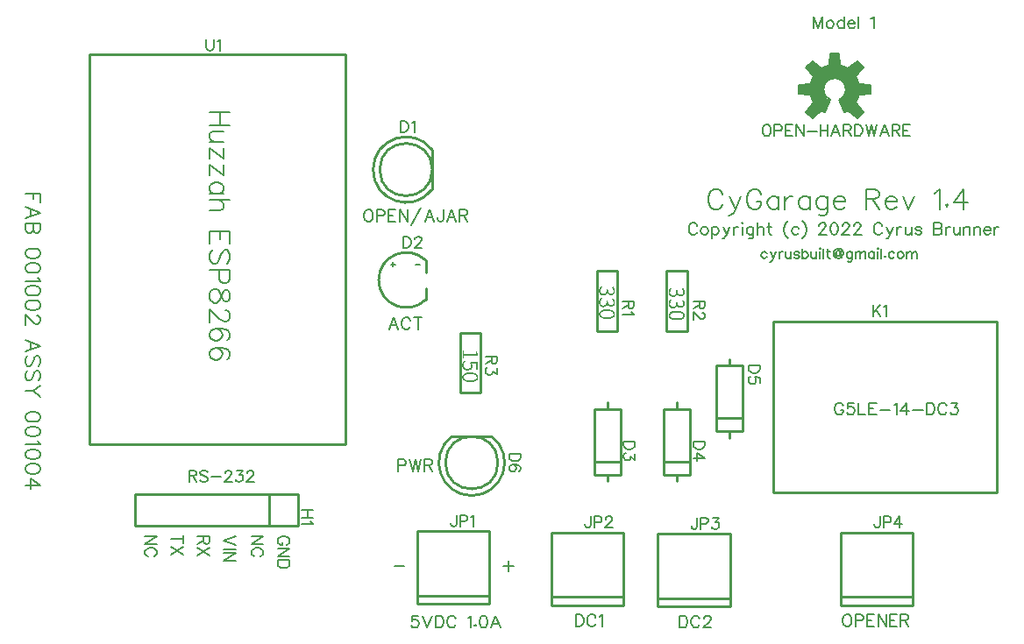
<source format=gto>
G04 Layer: TopSilkscreenLayer*
G04 EasyEDA v6.5.8, 2022-08-15 07:29:34*
G04 028e3914a6f949ed9ca799ef75e4ed4f,10*
G04 Gerber Generator version 0.2*
G04 Scale: 100 percent, Rotated: No, Reflected: No *
G04 Dimensions in millimeters *
G04 leading zeros omitted , absolute positions ,4 integer and 5 decimal *
%FSLAX45Y45*%
%MOMM*%

%ADD10C,0.2032*%
%ADD11C,0.1524*%
%ADD12C,0.1501*%
%ADD13C,0.2540*%

%LPD*%
G36*
X6355080Y6420104D02*
G01*
X6351219Y6416243D01*
X6347510Y6411925D01*
X6344056Y6407099D01*
X6341008Y6401612D01*
X6338468Y6395516D01*
X6336487Y6388760D01*
X6335217Y6381191D01*
X6334760Y6372860D01*
X6335064Y6366510D01*
X6336030Y6360414D01*
X6337655Y6354622D01*
X6339840Y6349238D01*
X6342583Y6344259D01*
X6345936Y6339789D01*
X6349847Y6335826D01*
X6354267Y6332474D01*
X6359194Y6329781D01*
X6364630Y6327800D01*
X6370523Y6326530D01*
X6376924Y6326124D01*
X6384290Y6326784D01*
X6390995Y6328613D01*
X6396939Y6331559D01*
X6402171Y6335420D01*
X6406591Y6340144D01*
X6410248Y6345529D01*
X6413042Y6351473D01*
X6415024Y6357874D01*
X6415786Y6357874D01*
X6418173Y6352184D01*
X6421170Y6347053D01*
X6424777Y6342532D01*
X6428943Y6338620D01*
X6433769Y6335471D01*
X6439204Y6333134D01*
X6445199Y6331712D01*
X6451854Y6331204D01*
X6457492Y6331559D01*
X6462674Y6332677D01*
X6467449Y6334404D01*
X6471767Y6336792D01*
X6475628Y6339738D01*
X6479032Y6343294D01*
X6481927Y6347307D01*
X6484315Y6351778D01*
X6486194Y6356705D01*
X6487566Y6361988D01*
X6488430Y6367678D01*
X6488684Y6373622D01*
X6488328Y6379819D01*
X6487363Y6385661D01*
X6485737Y6391148D01*
X6483654Y6396329D01*
X6481064Y6401257D01*
X6478066Y6405930D01*
X6474764Y6410299D01*
X6471158Y6414516D01*
X6460490Y6405372D01*
X6466281Y6398768D01*
X6470904Y6391300D01*
X6474002Y6383020D01*
X6475222Y6374130D01*
X6474714Y6368440D01*
X6473342Y6363309D01*
X6471208Y6358890D01*
X6468313Y6355181D01*
X6464808Y6352184D01*
X6460591Y6350000D01*
X6455867Y6348679D01*
X6450584Y6348222D01*
X6446520Y6348425D01*
X6442659Y6349136D01*
X6439001Y6350355D01*
X6435598Y6352133D01*
X6432499Y6354470D01*
X6429654Y6357467D01*
X6427165Y6361074D01*
X6425082Y6365392D01*
X6423406Y6370421D01*
X6422136Y6376162D01*
X6421374Y6382766D01*
X6421120Y6390132D01*
X6408166Y6390132D01*
X6407912Y6381953D01*
X6407150Y6374638D01*
X6405930Y6368186D01*
X6404254Y6362547D01*
X6402171Y6357670D01*
X6399631Y6353556D01*
X6396786Y6350152D01*
X6393535Y6347460D01*
X6389928Y6345428D01*
X6386068Y6344005D01*
X6381902Y6343142D01*
X6377432Y6342888D01*
X6371082Y6343497D01*
X6365392Y6345174D01*
X6360464Y6347917D01*
X6356299Y6351625D01*
X6352946Y6356146D01*
X6350508Y6361430D01*
X6348984Y6367373D01*
X6348476Y6373876D01*
X6348831Y6380226D01*
X6349949Y6386017D01*
X6351574Y6391300D01*
X6353759Y6396075D01*
X6356400Y6400444D01*
X6359296Y6404457D01*
X6362446Y6408115D01*
X6365748Y6411468D01*
G37*
G36*
X6355080Y6308598D02*
G01*
X6351219Y6304737D01*
X6347510Y6300419D01*
X6344056Y6295491D01*
X6341008Y6290005D01*
X6338468Y6283909D01*
X6336487Y6277152D01*
X6335217Y6269634D01*
X6334760Y6261354D01*
X6335064Y6255004D01*
X6336030Y6248908D01*
X6337655Y6243116D01*
X6339840Y6237732D01*
X6342583Y6232753D01*
X6345936Y6228283D01*
X6349847Y6224320D01*
X6354267Y6220968D01*
X6359194Y6218275D01*
X6364630Y6216294D01*
X6370523Y6215024D01*
X6376924Y6214618D01*
X6384290Y6215278D01*
X6390995Y6217107D01*
X6396939Y6220053D01*
X6402171Y6223914D01*
X6406591Y6228638D01*
X6410248Y6234023D01*
X6413042Y6239967D01*
X6415024Y6246368D01*
X6415786Y6246368D01*
X6418173Y6240678D01*
X6421170Y6235547D01*
X6424777Y6231026D01*
X6428943Y6227114D01*
X6433769Y6223965D01*
X6439204Y6221628D01*
X6445199Y6220206D01*
X6451854Y6219698D01*
X6457492Y6220053D01*
X6462674Y6221171D01*
X6467449Y6222898D01*
X6471767Y6225286D01*
X6475628Y6228232D01*
X6479032Y6231788D01*
X6481927Y6235801D01*
X6484315Y6240272D01*
X6486194Y6245199D01*
X6487566Y6250482D01*
X6488430Y6256172D01*
X6488684Y6262116D01*
X6488328Y6268313D01*
X6487363Y6274155D01*
X6485737Y6279642D01*
X6483654Y6284874D01*
X6481064Y6289751D01*
X6478066Y6294424D01*
X6474764Y6298793D01*
X6471158Y6303010D01*
X6460490Y6293866D01*
X6466281Y6287160D01*
X6470904Y6279692D01*
X6474002Y6271463D01*
X6475222Y6262624D01*
X6474714Y6256934D01*
X6473342Y6251803D01*
X6471208Y6247384D01*
X6468313Y6243675D01*
X6464808Y6240678D01*
X6460591Y6238494D01*
X6455867Y6237173D01*
X6450584Y6236716D01*
X6446520Y6236919D01*
X6442659Y6237630D01*
X6439001Y6238849D01*
X6435598Y6240627D01*
X6432499Y6242964D01*
X6429654Y6245910D01*
X6427165Y6249517D01*
X6425082Y6253784D01*
X6423406Y6258814D01*
X6422136Y6264503D01*
X6421374Y6271056D01*
X6421120Y6278372D01*
X6408166Y6278372D01*
X6407912Y6270193D01*
X6407150Y6262878D01*
X6405930Y6256477D01*
X6404254Y6250838D01*
X6402171Y6246012D01*
X6399631Y6241897D01*
X6396786Y6238544D01*
X6393535Y6235903D01*
X6389928Y6233871D01*
X6386068Y6232448D01*
X6381902Y6231636D01*
X6377432Y6231382D01*
X6371082Y6231991D01*
X6365392Y6233668D01*
X6360464Y6236411D01*
X6356299Y6240119D01*
X6352946Y6244640D01*
X6350508Y6249924D01*
X6348984Y6255867D01*
X6348476Y6262370D01*
X6348831Y6268720D01*
X6349949Y6274511D01*
X6351574Y6279794D01*
X6353759Y6284569D01*
X6356400Y6288938D01*
X6359296Y6292951D01*
X6362446Y6296609D01*
X6365748Y6299962D01*
G37*
G36*
X6412230Y6193028D02*
G01*
X6402781Y6192824D01*
X6393942Y6192215D01*
X6385763Y6191199D01*
X6378143Y6189827D01*
X6371183Y6188049D01*
X6364833Y6185916D01*
X6359093Y6183477D01*
X6353962Y6180632D01*
X6349441Y6177483D01*
X6345529Y6174028D01*
X6342227Y6170269D01*
X6339535Y6166256D01*
X6337452Y6161887D01*
X6335928Y6157315D01*
X6335064Y6152438D01*
X6334760Y6147308D01*
X6347968Y6147308D01*
X6348374Y6151575D01*
X6349644Y6155588D01*
X6351778Y6159296D01*
X6354826Y6162751D01*
X6358737Y6165850D01*
X6363512Y6168593D01*
X6369253Y6171031D01*
X6375908Y6173012D01*
X6383528Y6174638D01*
X6392113Y6175806D01*
X6401663Y6176518D01*
X6412230Y6176772D01*
X6422593Y6176518D01*
X6431991Y6175806D01*
X6440373Y6174638D01*
X6447840Y6173012D01*
X6454394Y6171031D01*
X6460032Y6168593D01*
X6464706Y6165850D01*
X6468567Y6162751D01*
X6471462Y6159296D01*
X6473596Y6155588D01*
X6474815Y6151575D01*
X6475222Y6147308D01*
X6474815Y6143040D01*
X6473596Y6139027D01*
X6471462Y6135319D01*
X6468567Y6131864D01*
X6464706Y6128766D01*
X6460032Y6126022D01*
X6454394Y6123584D01*
X6447840Y6121603D01*
X6440373Y6119977D01*
X6431991Y6118809D01*
X6422593Y6118098D01*
X6412230Y6117844D01*
X6401663Y6118098D01*
X6392113Y6118809D01*
X6383528Y6119977D01*
X6375908Y6121603D01*
X6369253Y6123584D01*
X6363512Y6126022D01*
X6358737Y6128766D01*
X6354826Y6131864D01*
X6351778Y6135319D01*
X6349644Y6139027D01*
X6348374Y6143040D01*
X6347968Y6147308D01*
X6334760Y6147308D01*
X6335064Y6142177D01*
X6335928Y6137351D01*
X6337452Y6132728D01*
X6339535Y6128410D01*
X6342227Y6124397D01*
X6345529Y6120638D01*
X6349441Y6117234D01*
X6353962Y6114084D01*
X6359093Y6111290D01*
X6364833Y6108852D01*
X6371183Y6106769D01*
X6378143Y6105042D01*
X6385763Y6103620D01*
X6393942Y6102654D01*
X6402781Y6102045D01*
X6412230Y6101842D01*
X6421577Y6102045D01*
X6430314Y6102654D01*
X6438442Y6103620D01*
X6445910Y6105042D01*
X6452819Y6106769D01*
X6459067Y6108852D01*
X6464757Y6111290D01*
X6469786Y6114084D01*
X6474256Y6117234D01*
X6478066Y6120638D01*
X6481318Y6124397D01*
X6484010Y6128410D01*
X6486042Y6132728D01*
X6487515Y6137351D01*
X6488379Y6142177D01*
X6488684Y6147308D01*
X6488379Y6152438D01*
X6487515Y6157315D01*
X6486042Y6161887D01*
X6484010Y6166256D01*
X6481318Y6170269D01*
X6478066Y6174028D01*
X6474256Y6177483D01*
X6469786Y6180632D01*
X6464757Y6183477D01*
X6459067Y6185916D01*
X6452819Y6188049D01*
X6445910Y6189827D01*
X6438442Y6191199D01*
X6430314Y6192215D01*
X6421577Y6192824D01*
G37*
G36*
X7028180Y6407404D02*
G01*
X7024319Y6403543D01*
X7020610Y6399225D01*
X7017156Y6394399D01*
X7014108Y6388912D01*
X7011568Y6382816D01*
X7009587Y6376060D01*
X7008317Y6368491D01*
X7007859Y6360160D01*
X7008164Y6353810D01*
X7009130Y6347714D01*
X7010755Y6341922D01*
X7012940Y6336538D01*
X7015683Y6331559D01*
X7019036Y6327089D01*
X7022947Y6323126D01*
X7027367Y6319774D01*
X7032294Y6317081D01*
X7037730Y6315100D01*
X7043623Y6313830D01*
X7050024Y6313424D01*
X7057390Y6314084D01*
X7064095Y6315913D01*
X7070039Y6318859D01*
X7075271Y6322720D01*
X7079691Y6327444D01*
X7083348Y6332829D01*
X7086142Y6338773D01*
X7088124Y6345174D01*
X7088886Y6345174D01*
X7091273Y6339484D01*
X7094270Y6334353D01*
X7097877Y6329832D01*
X7102043Y6325920D01*
X7106869Y6322771D01*
X7112304Y6320434D01*
X7118299Y6319012D01*
X7124953Y6318504D01*
X7130592Y6318859D01*
X7135774Y6319977D01*
X7140549Y6321704D01*
X7144867Y6324092D01*
X7148728Y6327038D01*
X7152131Y6330594D01*
X7155027Y6334607D01*
X7157415Y6339078D01*
X7159294Y6344005D01*
X7160666Y6349288D01*
X7161530Y6354978D01*
X7161784Y6360922D01*
X7161428Y6367119D01*
X7160463Y6372961D01*
X7158837Y6378448D01*
X7156754Y6383629D01*
X7154164Y6388557D01*
X7151166Y6393230D01*
X7147864Y6397599D01*
X7144258Y6401816D01*
X7133590Y6392672D01*
X7139381Y6386068D01*
X7144003Y6378600D01*
X7147102Y6370320D01*
X7148322Y6361430D01*
X7147814Y6355740D01*
X7146442Y6350609D01*
X7144308Y6346190D01*
X7141413Y6342481D01*
X7137908Y6339484D01*
X7133691Y6337300D01*
X7128967Y6335979D01*
X7123684Y6335522D01*
X7119620Y6335725D01*
X7115759Y6336436D01*
X7112101Y6337655D01*
X7108698Y6339433D01*
X7105599Y6341770D01*
X7102754Y6344767D01*
X7100265Y6348374D01*
X7098182Y6352692D01*
X7096506Y6357721D01*
X7095236Y6363462D01*
X7094474Y6370066D01*
X7094220Y6377432D01*
X7081266Y6377432D01*
X7081012Y6369253D01*
X7080250Y6361938D01*
X7079030Y6355486D01*
X7077354Y6349847D01*
X7075271Y6344970D01*
X7072731Y6340856D01*
X7069886Y6337452D01*
X7066635Y6334760D01*
X7063028Y6332728D01*
X7059168Y6331305D01*
X7055002Y6330442D01*
X7050531Y6330188D01*
X7044181Y6330797D01*
X7038492Y6332474D01*
X7033564Y6335217D01*
X7029399Y6338925D01*
X7026046Y6343446D01*
X7023608Y6348730D01*
X7022084Y6354673D01*
X7021575Y6361176D01*
X7021931Y6367526D01*
X7023049Y6373317D01*
X7024674Y6378600D01*
X7026859Y6383375D01*
X7029500Y6387744D01*
X7032396Y6391757D01*
X7035546Y6395415D01*
X7038848Y6398768D01*
G37*
G36*
X7028180Y6295898D02*
G01*
X7024319Y6292037D01*
X7020610Y6287719D01*
X7017156Y6282791D01*
X7014108Y6277305D01*
X7011568Y6271209D01*
X7009587Y6264452D01*
X7008317Y6256934D01*
X7007859Y6248654D01*
X7008164Y6242304D01*
X7009130Y6236208D01*
X7010755Y6230416D01*
X7012940Y6225032D01*
X7015683Y6220053D01*
X7019036Y6215583D01*
X7022947Y6211620D01*
X7027367Y6208268D01*
X7032294Y6205575D01*
X7037730Y6203594D01*
X7043623Y6202324D01*
X7050024Y6201918D01*
X7057390Y6202578D01*
X7064095Y6204407D01*
X7070039Y6207353D01*
X7075271Y6211214D01*
X7079691Y6215938D01*
X7083348Y6221323D01*
X7086142Y6227267D01*
X7088124Y6233668D01*
X7088886Y6233668D01*
X7091273Y6227978D01*
X7094270Y6222847D01*
X7097877Y6218326D01*
X7102043Y6214414D01*
X7106869Y6211265D01*
X7112304Y6208928D01*
X7118299Y6207506D01*
X7124953Y6206998D01*
X7130592Y6207353D01*
X7135774Y6208471D01*
X7140549Y6210198D01*
X7144867Y6212586D01*
X7148728Y6215532D01*
X7152131Y6219088D01*
X7155027Y6223101D01*
X7157415Y6227572D01*
X7159294Y6232499D01*
X7160666Y6237782D01*
X7161530Y6243472D01*
X7161784Y6249416D01*
X7161428Y6255613D01*
X7160463Y6261455D01*
X7158837Y6266942D01*
X7156754Y6272174D01*
X7154164Y6277051D01*
X7151166Y6281724D01*
X7147864Y6286093D01*
X7144258Y6290310D01*
X7133590Y6281166D01*
X7139381Y6274460D01*
X7144003Y6266992D01*
X7147102Y6258763D01*
X7148322Y6249924D01*
X7147814Y6244234D01*
X7146442Y6239103D01*
X7144308Y6234684D01*
X7141413Y6230975D01*
X7137908Y6227978D01*
X7133691Y6225794D01*
X7128967Y6224473D01*
X7123684Y6224016D01*
X7119620Y6224219D01*
X7115759Y6224930D01*
X7112101Y6226149D01*
X7108698Y6227927D01*
X7105599Y6230264D01*
X7102754Y6233210D01*
X7100265Y6236817D01*
X7098182Y6241084D01*
X7096506Y6246114D01*
X7095236Y6251803D01*
X7094474Y6258356D01*
X7094220Y6265672D01*
X7081266Y6265672D01*
X7081012Y6257493D01*
X7080250Y6250178D01*
X7079030Y6243777D01*
X7077354Y6238138D01*
X7075271Y6233312D01*
X7072731Y6229197D01*
X7069886Y6225844D01*
X7066635Y6223203D01*
X7063028Y6221171D01*
X7059168Y6219748D01*
X7055002Y6218936D01*
X7050531Y6218682D01*
X7044181Y6219291D01*
X7038492Y6220968D01*
X7033564Y6223711D01*
X7029399Y6227419D01*
X7026046Y6231940D01*
X7023608Y6237224D01*
X7022084Y6243167D01*
X7021575Y6249670D01*
X7021931Y6256020D01*
X7023049Y6261811D01*
X7024674Y6267094D01*
X7026859Y6271869D01*
X7029500Y6276238D01*
X7032396Y6280251D01*
X7035546Y6283909D01*
X7038848Y6287262D01*
G37*
G36*
X7085330Y6180328D02*
G01*
X7075881Y6180124D01*
X7067042Y6179515D01*
X7058863Y6178499D01*
X7051243Y6177127D01*
X7044283Y6175349D01*
X7037933Y6173216D01*
X7032193Y6170777D01*
X7027062Y6167932D01*
X7022541Y6164783D01*
X7018629Y6161328D01*
X7015327Y6157569D01*
X7012635Y6153556D01*
X7010552Y6149187D01*
X7009028Y6144615D01*
X7008164Y6139738D01*
X7007859Y6134608D01*
X7021068Y6134608D01*
X7021474Y6138875D01*
X7022744Y6142888D01*
X7024878Y6146596D01*
X7027925Y6150051D01*
X7031837Y6153150D01*
X7036612Y6155893D01*
X7042353Y6158331D01*
X7049008Y6160312D01*
X7056628Y6161938D01*
X7065213Y6163106D01*
X7074763Y6163818D01*
X7085330Y6164072D01*
X7095693Y6163818D01*
X7105091Y6163106D01*
X7113473Y6161938D01*
X7120940Y6160312D01*
X7127494Y6158331D01*
X7133132Y6155893D01*
X7137806Y6153150D01*
X7141667Y6150051D01*
X7144562Y6146596D01*
X7146696Y6142888D01*
X7147915Y6138875D01*
X7148322Y6134608D01*
X7147915Y6130340D01*
X7146696Y6126327D01*
X7144562Y6122619D01*
X7141667Y6119164D01*
X7137806Y6116066D01*
X7133132Y6113322D01*
X7127494Y6110884D01*
X7120940Y6108903D01*
X7113473Y6107277D01*
X7105091Y6106109D01*
X7095693Y6105398D01*
X7085330Y6105144D01*
X7074763Y6105398D01*
X7065213Y6106109D01*
X7056628Y6107277D01*
X7049008Y6108903D01*
X7042353Y6110884D01*
X7036612Y6113322D01*
X7031837Y6116066D01*
X7027925Y6119164D01*
X7024878Y6122619D01*
X7022744Y6126327D01*
X7021474Y6130340D01*
X7021068Y6134608D01*
X7007859Y6134608D01*
X7008164Y6129477D01*
X7009028Y6124651D01*
X7010552Y6120028D01*
X7012635Y6115710D01*
X7015327Y6111697D01*
X7018629Y6107938D01*
X7022541Y6104534D01*
X7027062Y6101384D01*
X7032193Y6098590D01*
X7037933Y6096152D01*
X7044283Y6094069D01*
X7051243Y6092342D01*
X7058863Y6090920D01*
X7067042Y6089954D01*
X7075881Y6089345D01*
X7085330Y6089142D01*
X7094677Y6089345D01*
X7103414Y6089954D01*
X7111542Y6090920D01*
X7119010Y6092342D01*
X7125919Y6094069D01*
X7132167Y6096152D01*
X7137857Y6098590D01*
X7142886Y6101384D01*
X7147356Y6104534D01*
X7151166Y6107938D01*
X7154418Y6111697D01*
X7157110Y6115710D01*
X7159142Y6120028D01*
X7160615Y6124651D01*
X7161479Y6129477D01*
X7161784Y6134608D01*
X7161479Y6139738D01*
X7160615Y6144615D01*
X7159142Y6149187D01*
X7157110Y6153556D01*
X7154418Y6157569D01*
X7151166Y6161328D01*
X7147356Y6164783D01*
X7142886Y6167932D01*
X7137857Y6170777D01*
X7132167Y6173216D01*
X7125919Y6175349D01*
X7119010Y6177127D01*
X7111542Y6178499D01*
X7103414Y6179515D01*
X7094677Y6180124D01*
G37*
G36*
X5016500Y5798566D02*
G01*
X5016500Y5718556D01*
X5030216Y5718556D01*
X5030216Y5748782D01*
X5165344Y5748782D01*
X5165344Y5761228D01*
X5161991Y5767476D01*
X5159197Y5774436D01*
X5156962Y5782360D01*
X5155184Y5791454D01*
X5144262Y5791454D01*
X5144262Y5765292D01*
X5030216Y5765292D01*
X5030216Y5798566D01*
G37*
G36*
X5033518Y5699252D02*
G01*
X5029809Y5695340D01*
X5026304Y5691022D01*
X5022951Y5686196D01*
X5020005Y5680811D01*
X5017516Y5674868D01*
X5015636Y5668162D01*
X5014417Y5660745D01*
X5013960Y5652516D01*
X5014315Y5646420D01*
X5015484Y5640425D01*
X5017312Y5634634D01*
X5019903Y5629097D01*
X5023205Y5623966D01*
X5027168Y5619292D01*
X5031841Y5615076D01*
X5037124Y5611469D01*
X5043119Y5608523D01*
X5049723Y5606338D01*
X5056936Y5604967D01*
X5064760Y5604510D01*
X5072583Y5604916D01*
X5079644Y5606084D01*
X5085994Y5608015D01*
X5091633Y5610555D01*
X5096560Y5613755D01*
X5100777Y5617514D01*
X5104333Y5621782D01*
X5107228Y5626506D01*
X5109464Y5631637D01*
X5111038Y5637123D01*
X5111953Y5642914D01*
X5112258Y5648960D01*
X5111800Y5655564D01*
X5110530Y5661456D01*
X5108498Y5666892D01*
X5105908Y5672074D01*
X5151120Y5668010D01*
X5151120Y5611622D01*
X5165344Y5611622D01*
X5165344Y5682742D01*
X5096256Y5687314D01*
X5090414Y5678170D01*
X5094274Y5672124D01*
X5097068Y5666282D01*
X5098745Y5660085D01*
X5099304Y5653024D01*
X5098694Y5646115D01*
X5096916Y5639866D01*
X5093970Y5634431D01*
X5089956Y5629757D01*
X5084927Y5626049D01*
X5078933Y5623306D01*
X5072024Y5621578D01*
X5064252Y5621020D01*
X5056276Y5621680D01*
X5049113Y5623661D01*
X5042865Y5626709D01*
X5037582Y5630722D01*
X5033365Y5635599D01*
X5030266Y5641187D01*
X5028336Y5647283D01*
X5027676Y5653786D01*
X5028031Y5660136D01*
X5029098Y5665927D01*
X5030724Y5671159D01*
X5032806Y5675884D01*
X5035346Y5680202D01*
X5038191Y5684164D01*
X5041239Y5687771D01*
X5044440Y5691124D01*
G37*
G36*
X5091430Y5583428D02*
G01*
X5081981Y5583224D01*
X5073142Y5582615D01*
X5064963Y5581599D01*
X5057343Y5580227D01*
X5050383Y5578449D01*
X5044033Y5576316D01*
X5038293Y5573877D01*
X5033162Y5571032D01*
X5028641Y5567883D01*
X5024729Y5564428D01*
X5021427Y5560669D01*
X5018735Y5556656D01*
X5016652Y5552287D01*
X5015128Y5547715D01*
X5014264Y5542838D01*
X5013960Y5537708D01*
X5027168Y5537708D01*
X5027574Y5541975D01*
X5028844Y5545988D01*
X5030978Y5549696D01*
X5034026Y5553151D01*
X5037937Y5556250D01*
X5042712Y5558993D01*
X5048453Y5561431D01*
X5055108Y5563412D01*
X5062728Y5565038D01*
X5071313Y5566206D01*
X5080863Y5566918D01*
X5091430Y5567172D01*
X5101793Y5566918D01*
X5111191Y5566206D01*
X5119573Y5565038D01*
X5127040Y5563412D01*
X5133594Y5561431D01*
X5139232Y5558993D01*
X5143906Y5556250D01*
X5147767Y5553151D01*
X5150662Y5549696D01*
X5152796Y5545988D01*
X5154015Y5541975D01*
X5154422Y5537708D01*
X5154015Y5533440D01*
X5152796Y5529427D01*
X5150662Y5525719D01*
X5147767Y5522264D01*
X5143906Y5519166D01*
X5139232Y5516422D01*
X5133594Y5513984D01*
X5127040Y5512003D01*
X5119573Y5510377D01*
X5111191Y5509209D01*
X5101793Y5508498D01*
X5091430Y5508244D01*
X5080863Y5508498D01*
X5071313Y5509209D01*
X5062728Y5510377D01*
X5055108Y5512003D01*
X5048453Y5513984D01*
X5042712Y5516422D01*
X5037937Y5519166D01*
X5034026Y5522264D01*
X5030978Y5525719D01*
X5028844Y5529427D01*
X5027574Y5533440D01*
X5027168Y5537708D01*
X5013960Y5537708D01*
X5014264Y5532577D01*
X5015128Y5527751D01*
X5016652Y5523128D01*
X5018735Y5518810D01*
X5021427Y5514797D01*
X5024729Y5511038D01*
X5028641Y5507634D01*
X5033162Y5504484D01*
X5038293Y5501690D01*
X5044033Y5499252D01*
X5050383Y5497169D01*
X5057343Y5495442D01*
X5064963Y5494020D01*
X5073142Y5493054D01*
X5081981Y5492445D01*
X5091430Y5492242D01*
X5100777Y5492445D01*
X5109514Y5493054D01*
X5117642Y5494020D01*
X5125110Y5495442D01*
X5132019Y5497169D01*
X5138267Y5499252D01*
X5143957Y5501690D01*
X5148986Y5504484D01*
X5153456Y5507634D01*
X5157266Y5511038D01*
X5160518Y5514797D01*
X5163210Y5518810D01*
X5165242Y5523128D01*
X5166715Y5527751D01*
X5167579Y5532577D01*
X5167884Y5537708D01*
X5167579Y5542838D01*
X5166715Y5547715D01*
X5165242Y5552287D01*
X5163210Y5556656D01*
X5160518Y5560669D01*
X5157266Y5564428D01*
X5153456Y5567883D01*
X5148986Y5571032D01*
X5143957Y5573877D01*
X5138267Y5576316D01*
X5132019Y5578449D01*
X5125110Y5580227D01*
X5117642Y5581599D01*
X5109514Y5582615D01*
X5100777Y5583224D01*
G37*
D10*
X6108700Y3245357D02*
G01*
X6108700Y3130804D01*
X6108700Y3245357D02*
G01*
X6146800Y3245357D01*
X6163309Y3239770D01*
X6174231Y3228847D01*
X6179565Y3217926D01*
X6185154Y3201670D01*
X6185154Y3174492D01*
X6179565Y3157981D01*
X6174231Y3147060D01*
X6163309Y3136137D01*
X6146800Y3130804D01*
X6108700Y3130804D01*
X6302756Y3217926D02*
G01*
X6297422Y3228847D01*
X6286500Y3239770D01*
X6275577Y3245357D01*
X6253734Y3245357D01*
X6242811Y3239770D01*
X6231890Y3228847D01*
X6226556Y3217926D01*
X6220968Y3201670D01*
X6220968Y3174492D01*
X6226556Y3157981D01*
X6231890Y3147060D01*
X6242811Y3136137D01*
X6253734Y3130804D01*
X6275577Y3130804D01*
X6286500Y3136137D01*
X6297422Y3147060D01*
X6302756Y3157981D01*
X6338824Y3223513D02*
G01*
X6349745Y3228847D01*
X6366256Y3245357D01*
X6366256Y3130804D01*
X7112000Y3232657D02*
G01*
X7112000Y3118104D01*
X7112000Y3232657D02*
G01*
X7150100Y3232657D01*
X7166609Y3227070D01*
X7177531Y3216147D01*
X7182865Y3205226D01*
X7188454Y3188970D01*
X7188454Y3161792D01*
X7182865Y3145281D01*
X7177531Y3134360D01*
X7166609Y3123437D01*
X7150100Y3118104D01*
X7112000Y3118104D01*
X7306056Y3205226D02*
G01*
X7300722Y3216147D01*
X7289800Y3227070D01*
X7278877Y3232657D01*
X7257034Y3232657D01*
X7246111Y3227070D01*
X7235190Y3216147D01*
X7229856Y3205226D01*
X7224268Y3188970D01*
X7224268Y3161792D01*
X7229856Y3145281D01*
X7235190Y3134360D01*
X7246111Y3123437D01*
X7257034Y3118104D01*
X7278877Y3118104D01*
X7289800Y3123437D01*
X7300722Y3134360D01*
X7306056Y3145281D01*
X7347711Y3205226D02*
G01*
X7347711Y3210813D01*
X7353045Y3221736D01*
X7358634Y3227070D01*
X7369556Y3232657D01*
X7391145Y3232657D01*
X7402068Y3227070D01*
X7407656Y3221736D01*
X7412990Y3210813D01*
X7412990Y3199892D01*
X7407656Y3188970D01*
X7396734Y3172713D01*
X7342124Y3118104D01*
X7418577Y3118104D01*
D11*
X2374900Y4636515D02*
G01*
X2374900Y4527550D01*
X2374900Y4636515D02*
G01*
X2421636Y4636515D01*
X2437129Y4631436D01*
X2442463Y4626102D01*
X2447543Y4615687D01*
X2447543Y4605273D01*
X2442463Y4594860D01*
X2437129Y4589779D01*
X2421636Y4584700D01*
X2374900Y4584700D01*
X2411222Y4584700D02*
G01*
X2447543Y4527550D01*
X2554731Y4621021D02*
G01*
X2544318Y4631436D01*
X2528570Y4636515D01*
X2507995Y4636515D01*
X2492247Y4631436D01*
X2481834Y4621021D01*
X2481834Y4610607D01*
X2487168Y4600194D01*
X2492247Y4594860D01*
X2502661Y4589779D01*
X2533904Y4579365D01*
X2544318Y4574286D01*
X2549397Y4568952D01*
X2554731Y4558537D01*
X2554731Y4543044D01*
X2544318Y4532629D01*
X2528570Y4527550D01*
X2507995Y4527550D01*
X2492247Y4532629D01*
X2481834Y4543044D01*
X2589022Y4574286D02*
G01*
X2682493Y4574286D01*
X2721863Y4610607D02*
G01*
X2721863Y4615687D01*
X2727197Y4626102D01*
X2732277Y4631436D01*
X2742691Y4636515D01*
X2763520Y4636515D01*
X2773934Y4631436D01*
X2779013Y4626102D01*
X2784347Y4615687D01*
X2784347Y4605273D01*
X2779013Y4594860D01*
X2768600Y4579365D01*
X2716784Y4527550D01*
X2789427Y4527550D01*
X2834131Y4636515D02*
G01*
X2891281Y4636515D01*
X2860040Y4594860D01*
X2875788Y4594860D01*
X2886202Y4589779D01*
X2891281Y4584700D01*
X2896615Y4568952D01*
X2896615Y4558537D01*
X2891281Y4543044D01*
X2880868Y4532629D01*
X2865374Y4527550D01*
X2849879Y4527550D01*
X2834131Y4532629D01*
X2829052Y4537710D01*
X2823718Y4548123D01*
X2935986Y4610607D02*
G01*
X2935986Y4615687D01*
X2941320Y4626102D01*
X2946400Y4631436D01*
X2956813Y4636515D01*
X2977641Y4636515D01*
X2988056Y4631436D01*
X2993136Y4626102D01*
X2998470Y4615687D01*
X2998470Y4605273D01*
X2993136Y4594860D01*
X2982722Y4579365D01*
X2930906Y4527550D01*
X3003550Y4527550D01*
D10*
X3319525Y3918712D02*
G01*
X3330447Y3924045D01*
X3341370Y3934968D01*
X3346958Y3945889D01*
X3346958Y3967734D01*
X3341370Y3978655D01*
X3330447Y3989578D01*
X3319525Y3995165D01*
X3303270Y4000500D01*
X3276091Y4000500D01*
X3259581Y3995165D01*
X3248659Y3989578D01*
X3237738Y3978655D01*
X3232404Y3967734D01*
X3232404Y3945889D01*
X3237738Y3934968D01*
X3248659Y3924045D01*
X3259581Y3918712D01*
X3276091Y3918712D01*
X3276091Y3945889D02*
G01*
X3276091Y3918712D01*
X3346958Y3882644D02*
G01*
X3232404Y3882644D01*
X3346958Y3882644D02*
G01*
X3232404Y3806444D01*
X3346958Y3806444D02*
G01*
X3232404Y3806444D01*
X3346958Y3770376D02*
G01*
X3232404Y3770376D01*
X3346958Y3770376D02*
G01*
X3346958Y3732021D01*
X3341370Y3715765D01*
X3330447Y3704844D01*
X3319525Y3699510D01*
X3303270Y3693921D01*
X3276091Y3693921D01*
X3259581Y3699510D01*
X3248659Y3704844D01*
X3237738Y3715765D01*
X3232404Y3732021D01*
X3232404Y3770376D01*
X3092958Y4000500D02*
G01*
X2978404Y4000500D01*
X3092958Y4000500D02*
G01*
X2978404Y3924045D01*
X3092958Y3924045D02*
G01*
X2978404Y3924045D01*
X3065525Y3806444D02*
G01*
X3076447Y3811778D01*
X3087370Y3822700D01*
X3092958Y3833621D01*
X3092958Y3855465D01*
X3087370Y3866387D01*
X3076447Y3877310D01*
X3065525Y3882644D01*
X3049270Y3888231D01*
X3022091Y3888231D01*
X3005581Y3882644D01*
X2994659Y3877310D01*
X2983738Y3866387D01*
X2978404Y3855465D01*
X2978404Y3833621D01*
X2983738Y3822700D01*
X2994659Y3811778D01*
X3005581Y3806444D01*
X2826258Y4000500D02*
G01*
X2711704Y3956812D01*
X2826258Y3913123D02*
G01*
X2711704Y3956812D01*
X2826258Y3877310D02*
G01*
X2711704Y3877310D01*
X2826258Y3841242D02*
G01*
X2711704Y3841242D01*
X2826258Y3841242D02*
G01*
X2711704Y3764787D01*
X2826258Y3764787D02*
G01*
X2711704Y3764787D01*
X2572258Y4000500D02*
G01*
X2457704Y4000500D01*
X2572258Y4000500D02*
G01*
X2572258Y3951478D01*
X2566670Y3934968D01*
X2561336Y3929634D01*
X2550413Y3924045D01*
X2539491Y3924045D01*
X2528570Y3929634D01*
X2522981Y3934968D01*
X2517647Y3951478D01*
X2517647Y4000500D01*
X2517647Y3962400D02*
G01*
X2457704Y3924045D01*
X2572258Y3888231D02*
G01*
X2457704Y3811778D01*
X2572258Y3811778D02*
G01*
X2457704Y3888231D01*
X2318258Y3975100D02*
G01*
X2203704Y3975100D01*
X2318258Y4013200D02*
G01*
X2318258Y3936745D01*
X2318258Y3900931D02*
G01*
X2203704Y3824478D01*
X2318258Y3824478D02*
G01*
X2203704Y3900931D01*
X2064258Y4000500D02*
G01*
X1949704Y4000500D01*
X2064258Y4000500D02*
G01*
X1949704Y3924045D01*
X2064258Y3924045D02*
G01*
X1949704Y3924045D01*
X2036825Y3806444D02*
G01*
X2047747Y3811778D01*
X2058670Y3822700D01*
X2064258Y3833621D01*
X2064258Y3855465D01*
X2058670Y3866387D01*
X2047747Y3877310D01*
X2036825Y3882644D01*
X2020570Y3888231D01*
X1993391Y3888231D01*
X1976881Y3882644D01*
X1965959Y3877310D01*
X1955038Y3866387D01*
X1949704Y3855465D01*
X1949704Y3833621D01*
X1955038Y3822700D01*
X1965959Y3811778D01*
X1976881Y3806444D01*
X4348988Y6115557D02*
G01*
X4305300Y6001004D01*
X4348988Y6115557D02*
G01*
X4392675Y6001004D01*
X4321556Y6039104D02*
G01*
X4376165Y6039104D01*
X4510277Y6088126D02*
G01*
X4504943Y6099047D01*
X4494022Y6109970D01*
X4483100Y6115557D01*
X4461256Y6115557D01*
X4450334Y6109970D01*
X4439411Y6099047D01*
X4434077Y6088126D01*
X4428490Y6071870D01*
X4428490Y6044692D01*
X4434077Y6028181D01*
X4439411Y6017260D01*
X4450334Y6006337D01*
X4461256Y6001004D01*
X4483100Y6001004D01*
X4494022Y6006337D01*
X4504943Y6017260D01*
X4510277Y6028181D01*
X4584445Y6115557D02*
G01*
X4584445Y6001004D01*
X4546345Y6115557D02*
G01*
X4622800Y6115557D01*
X4096765Y7156958D02*
G01*
X4085843Y7151370D01*
X4074922Y7140447D01*
X4069334Y7129526D01*
X4064000Y7113270D01*
X4064000Y7086092D01*
X4069334Y7069581D01*
X4074922Y7058660D01*
X4085843Y7047737D01*
X4096765Y7042404D01*
X4118609Y7042404D01*
X4129531Y7047737D01*
X4140454Y7058660D01*
X4145788Y7069581D01*
X4151375Y7086092D01*
X4151375Y7113270D01*
X4145788Y7129526D01*
X4140454Y7140447D01*
X4129531Y7151370D01*
X4118609Y7156958D01*
X4096765Y7156958D01*
X4187190Y7156958D02*
G01*
X4187190Y7042404D01*
X4187190Y7156958D02*
G01*
X4236465Y7156958D01*
X4252722Y7151370D01*
X4258056Y7146036D01*
X4263643Y7135113D01*
X4263643Y7118604D01*
X4258056Y7107681D01*
X4252722Y7102347D01*
X4236465Y7097013D01*
X4187190Y7097013D01*
X4299711Y7156958D02*
G01*
X4299711Y7042404D01*
X4299711Y7156958D02*
G01*
X4370577Y7156958D01*
X4299711Y7102347D02*
G01*
X4343145Y7102347D01*
X4299711Y7042404D02*
G01*
X4370577Y7042404D01*
X4406645Y7156958D02*
G01*
X4406645Y7042404D01*
X4406645Y7156958D02*
G01*
X4482845Y7042404D01*
X4482845Y7156958D02*
G01*
X4482845Y7042404D01*
X4617211Y7178802D02*
G01*
X4518913Y7004050D01*
X4696713Y7156958D02*
G01*
X4653025Y7042404D01*
X4696713Y7156958D02*
G01*
X4740402Y7042404D01*
X4669536Y7080504D02*
G01*
X4723891Y7080504D01*
X4830825Y7156958D02*
G01*
X4830825Y7069581D01*
X4825491Y7053326D01*
X4819904Y7047737D01*
X4808981Y7042404D01*
X4798059Y7042404D01*
X4787391Y7047737D01*
X4781804Y7053326D01*
X4776470Y7069581D01*
X4776470Y7080504D01*
X4910581Y7156958D02*
G01*
X4866893Y7042404D01*
X4910581Y7156958D02*
G01*
X4954270Y7042404D01*
X4883150Y7080504D02*
G01*
X4937759Y7080504D01*
X4990084Y7156958D02*
G01*
X4990084Y7042404D01*
X4990084Y7156958D02*
G01*
X5039359Y7156958D01*
X5055615Y7151370D01*
X5061204Y7146036D01*
X5066538Y7135113D01*
X5066538Y7124192D01*
X5061204Y7113270D01*
X5055615Y7107681D01*
X5039359Y7102347D01*
X4990084Y7102347D01*
X5028438Y7102347D02*
G01*
X5066538Y7042404D01*
X4586731Y3232657D02*
G01*
X4532122Y3232657D01*
X4526534Y3183381D01*
X4532122Y3188970D01*
X4548377Y3194304D01*
X4564888Y3194304D01*
X4581143Y3188970D01*
X4592065Y3178047D01*
X4597654Y3161792D01*
X4597654Y3150870D01*
X4592065Y3134360D01*
X4581143Y3123437D01*
X4564888Y3118104D01*
X4548377Y3118104D01*
X4532122Y3123437D01*
X4526534Y3129026D01*
X4521200Y3139947D01*
X4633468Y3232657D02*
G01*
X4677156Y3118104D01*
X4720843Y3232657D02*
G01*
X4677156Y3118104D01*
X4756911Y3232657D02*
G01*
X4756911Y3118104D01*
X4756911Y3232657D02*
G01*
X4795011Y3232657D01*
X4811268Y3227070D01*
X4822190Y3216147D01*
X4827777Y3205226D01*
X4833111Y3188970D01*
X4833111Y3161792D01*
X4827777Y3145281D01*
X4822190Y3134360D01*
X4811268Y3123437D01*
X4795011Y3118104D01*
X4756911Y3118104D01*
X4950968Y3205226D02*
G01*
X4945634Y3216147D01*
X4934711Y3227070D01*
X4923790Y3232657D01*
X4901945Y3232657D01*
X4891024Y3227070D01*
X4880102Y3216147D01*
X4874768Y3205226D01*
X4869179Y3188970D01*
X4869179Y3161792D01*
X4874768Y3145281D01*
X4880102Y3134360D01*
X4891024Y3123437D01*
X4901945Y3118104D01*
X4923790Y3118104D01*
X4934711Y3123437D01*
X4945634Y3134360D01*
X4950968Y3145281D01*
X5071109Y3210813D02*
G01*
X5082031Y3216147D01*
X5098288Y3232657D01*
X5098288Y3118104D01*
X5139690Y3145281D02*
G01*
X5134356Y3139947D01*
X5139690Y3134360D01*
X5145277Y3139947D01*
X5139690Y3145281D01*
X5213858Y3232657D02*
G01*
X5197602Y3227070D01*
X5186679Y3210813D01*
X5181091Y3183381D01*
X5181091Y3167126D01*
X5186679Y3139947D01*
X5197602Y3123437D01*
X5213858Y3118104D01*
X5224779Y3118104D01*
X5241290Y3123437D01*
X5252211Y3139947D01*
X5257545Y3167126D01*
X5257545Y3183381D01*
X5252211Y3210813D01*
X5241290Y3227070D01*
X5224779Y3232657D01*
X5213858Y3232657D01*
X5337302Y3232657D02*
G01*
X5293613Y3118104D01*
X5337302Y3232657D02*
G01*
X5380736Y3118104D01*
X5309870Y3156204D02*
G01*
X5364479Y3156204D01*
X5459222Y3762247D02*
G01*
X5459222Y3664204D01*
X5410200Y3713226D02*
G01*
X5508497Y3713226D01*
X4356100Y3713226D02*
G01*
X4454397Y3713226D01*
X938784Y7315200D02*
G01*
X795528Y7315200D01*
X938784Y7315200D02*
G01*
X938784Y7226554D01*
X870457Y7315200D02*
G01*
X870457Y7260589D01*
X938784Y7126986D02*
G01*
X795528Y7181595D01*
X938784Y7126986D02*
G01*
X795528Y7072376D01*
X843279Y7161021D02*
G01*
X843279Y7092950D01*
X938784Y7027418D02*
G01*
X795528Y7027418D01*
X938784Y7027418D02*
G01*
X938784Y6966204D01*
X931926Y6945629D01*
X925068Y6938771D01*
X911605Y6931913D01*
X897889Y6931913D01*
X884173Y6938771D01*
X877315Y6945629D01*
X870457Y6966204D01*
X870457Y7027418D02*
G01*
X870457Y6966204D01*
X863854Y6945629D01*
X856995Y6938771D01*
X843279Y6931913D01*
X822960Y6931913D01*
X809244Y6938771D01*
X802386Y6945629D01*
X795528Y6966204D01*
X795528Y7027418D01*
X938784Y6741160D02*
G01*
X931926Y6761479D01*
X911605Y6775195D01*
X877315Y6782054D01*
X856995Y6782054D01*
X822960Y6775195D01*
X802386Y6761479D01*
X795528Y6741160D01*
X795528Y6727444D01*
X802386Y6707123D01*
X822960Y6693408D01*
X856995Y6686550D01*
X877315Y6686550D01*
X911605Y6693408D01*
X931926Y6707123D01*
X938784Y6727444D01*
X938784Y6741160D01*
X938784Y6600697D02*
G01*
X931926Y6621018D01*
X911605Y6634734D01*
X877315Y6641592D01*
X856995Y6641592D01*
X822960Y6634734D01*
X802386Y6621018D01*
X795528Y6600697D01*
X795528Y6586981D01*
X802386Y6566662D01*
X822960Y6552945D01*
X856995Y6546087D01*
X877315Y6546087D01*
X911605Y6552945D01*
X931926Y6566662D01*
X938784Y6586981D01*
X938784Y6600697D01*
X911605Y6501129D02*
G01*
X918210Y6487413D01*
X938784Y6467094D01*
X795528Y6467094D01*
X938784Y6380987D02*
G01*
X931926Y6401562D01*
X911605Y6415278D01*
X877315Y6422136D01*
X856995Y6422136D01*
X822960Y6415278D01*
X802386Y6401562D01*
X795528Y6380987D01*
X795528Y6367526D01*
X802386Y6346952D01*
X822960Y6333489D01*
X856995Y6326631D01*
X877315Y6326631D01*
X911605Y6333489D01*
X931926Y6346952D01*
X938784Y6367526D01*
X938784Y6380987D01*
X938784Y6240779D02*
G01*
X931926Y6261100D01*
X911605Y6274815D01*
X877315Y6281673D01*
X856995Y6281673D01*
X822960Y6274815D01*
X802386Y6261100D01*
X795528Y6240779D01*
X795528Y6227063D01*
X802386Y6206489D01*
X822960Y6193028D01*
X856995Y6186170D01*
X877315Y6186170D01*
X911605Y6193028D01*
X931926Y6206489D01*
X938784Y6227063D01*
X938784Y6240779D01*
X904747Y6134354D02*
G01*
X911605Y6134354D01*
X925068Y6127495D01*
X931926Y6120637D01*
X938784Y6106921D01*
X938784Y6079744D01*
X931926Y6066028D01*
X925068Y6059170D01*
X911605Y6052565D01*
X897889Y6052565D01*
X884173Y6059170D01*
X863854Y6072886D01*
X795528Y6141212D01*
X795528Y6045707D01*
X938784Y5841237D02*
G01*
X795528Y5895594D01*
X938784Y5841237D02*
G01*
X795528Y5786628D01*
X843279Y5875273D02*
G01*
X843279Y5806947D01*
X918210Y5646165D02*
G01*
X931926Y5659628D01*
X938784Y5680202D01*
X938784Y5707379D01*
X931926Y5727954D01*
X918210Y5741670D01*
X904747Y5741670D01*
X891031Y5734812D01*
X884173Y5727954D01*
X877315Y5714237D01*
X863854Y5673344D01*
X856995Y5659628D01*
X850137Y5653023D01*
X836421Y5646165D01*
X816102Y5646165D01*
X802386Y5659628D01*
X795528Y5680202D01*
X795528Y5707379D01*
X802386Y5727954D01*
X816102Y5741670D01*
X918210Y5505704D02*
G01*
X931926Y5519420D01*
X938784Y5539739D01*
X938784Y5566918D01*
X931926Y5587492D01*
X918210Y5601207D01*
X904747Y5601207D01*
X891031Y5594350D01*
X884173Y5587492D01*
X877315Y5573776D01*
X863854Y5532881D01*
X856995Y5519420D01*
X850137Y5512562D01*
X836421Y5505704D01*
X816102Y5505704D01*
X802386Y5519420D01*
X795528Y5539739D01*
X795528Y5566918D01*
X802386Y5587492D01*
X816102Y5601207D01*
X938784Y5460745D02*
G01*
X870457Y5406136D01*
X795528Y5406136D01*
X938784Y5351526D02*
G01*
X870457Y5406136D01*
X938784Y5160771D02*
G01*
X931926Y5181092D01*
X911605Y5194807D01*
X877315Y5201665D01*
X856995Y5201665D01*
X822960Y5194807D01*
X802386Y5181092D01*
X795528Y5160771D01*
X795528Y5147055D01*
X802386Y5126481D01*
X822960Y5113020D01*
X856995Y5106162D01*
X877315Y5106162D01*
X911605Y5113020D01*
X931926Y5126481D01*
X938784Y5147055D01*
X938784Y5160771D01*
X938784Y5020310D02*
G01*
X931926Y5040629D01*
X911605Y5054345D01*
X877315Y5061204D01*
X856995Y5061204D01*
X822960Y5054345D01*
X802386Y5040629D01*
X795528Y5020310D01*
X795528Y5006594D01*
X802386Y4986020D01*
X822960Y4972557D01*
X856995Y4965700D01*
X877315Y4965700D01*
X911605Y4972557D01*
X931926Y4986020D01*
X938784Y5006594D01*
X938784Y5020310D01*
X911605Y4920742D02*
G01*
X918210Y4907026D01*
X938784Y4886452D01*
X795528Y4886452D01*
X938784Y4800600D02*
G01*
X931926Y4821173D01*
X911605Y4834636D01*
X877315Y4841494D01*
X856995Y4841494D01*
X822960Y4834636D01*
X802386Y4821173D01*
X795528Y4800600D01*
X795528Y4787137D01*
X802386Y4766563D01*
X822960Y4752847D01*
X856995Y4745989D01*
X877315Y4745989D01*
X911605Y4752847D01*
X931926Y4766563D01*
X938784Y4787137D01*
X938784Y4800600D01*
X938784Y4660137D02*
G01*
X931926Y4680712D01*
X911605Y4694173D01*
X877315Y4701031D01*
X856995Y4701031D01*
X822960Y4694173D01*
X802386Y4680712D01*
X795528Y4660137D01*
X795528Y4646676D01*
X802386Y4626102D01*
X822960Y4612386D01*
X856995Y4605781D01*
X877315Y4605781D01*
X911605Y4612386D01*
X931926Y4626102D01*
X938784Y4646676D01*
X938784Y4660137D01*
X938784Y4492497D02*
G01*
X843279Y4560570D01*
X843279Y4458462D01*
X938784Y4492497D02*
G01*
X795528Y4492497D01*
X4394200Y4743957D02*
G01*
X4394200Y4629404D01*
X4394200Y4743957D02*
G01*
X4443222Y4743957D01*
X4459731Y4738370D01*
X4465065Y4733036D01*
X4470654Y4722113D01*
X4470654Y4705604D01*
X4465065Y4694681D01*
X4459731Y4689347D01*
X4443222Y4684013D01*
X4394200Y4684013D01*
X4506468Y4743957D02*
G01*
X4533900Y4629404D01*
X4561077Y4743957D02*
G01*
X4533900Y4629404D01*
X4561077Y4743957D02*
G01*
X4588256Y4629404D01*
X4615688Y4743957D02*
G01*
X4588256Y4629404D01*
X4651756Y4743957D02*
G01*
X4651756Y4629404D01*
X4651756Y4743957D02*
G01*
X4700777Y4743957D01*
X4717034Y4738370D01*
X4722622Y4733036D01*
X4727956Y4722113D01*
X4727956Y4711192D01*
X4722622Y4700270D01*
X4717034Y4694681D01*
X4700777Y4689347D01*
X4651756Y4689347D01*
X4689856Y4689347D02*
G01*
X4727956Y4629404D01*
X7527797Y7306563D02*
G01*
X7518654Y7324597D01*
X7500365Y7342886D01*
X7482331Y7352029D01*
X7446009Y7352029D01*
X7427722Y7342886D01*
X7409688Y7324597D01*
X7400543Y7306563D01*
X7391400Y7279131D01*
X7391400Y7233665D01*
X7400543Y7206487D01*
X7409688Y7188200D01*
X7427722Y7170165D01*
X7446009Y7161021D01*
X7482331Y7161021D01*
X7500365Y7170165D01*
X7518654Y7188200D01*
X7527797Y7206487D01*
X7596886Y7288276D02*
G01*
X7651495Y7161021D01*
X7705852Y7288276D02*
G01*
X7651495Y7161021D01*
X7633208Y7124700D01*
X7614920Y7106412D01*
X7596886Y7097268D01*
X7587741Y7097268D01*
X7902193Y7306563D02*
G01*
X7893304Y7324597D01*
X7875015Y7342886D01*
X7856727Y7352029D01*
X7820406Y7352029D01*
X7802372Y7342886D01*
X7784084Y7324597D01*
X7774940Y7306563D01*
X7766050Y7279131D01*
X7766050Y7233665D01*
X7774940Y7206487D01*
X7784084Y7188200D01*
X7802372Y7170165D01*
X7820406Y7161021D01*
X7856727Y7161021D01*
X7875015Y7170165D01*
X7893304Y7188200D01*
X7902193Y7206487D01*
X7902193Y7233665D01*
X7856727Y7233665D02*
G01*
X7902193Y7233665D01*
X8071358Y7288276D02*
G01*
X8071358Y7161021D01*
X8071358Y7261097D02*
G01*
X8053324Y7279131D01*
X8035036Y7288276D01*
X8007858Y7288276D01*
X7989570Y7279131D01*
X7971281Y7261097D01*
X7962391Y7233665D01*
X7962391Y7215631D01*
X7971281Y7188200D01*
X7989570Y7170165D01*
X8007858Y7161021D01*
X8035036Y7161021D01*
X8053324Y7170165D01*
X8071358Y7188200D01*
X8131302Y7288276D02*
G01*
X8131302Y7161021D01*
X8131302Y7233665D02*
G01*
X8140445Y7261097D01*
X8158734Y7279131D01*
X8176768Y7288276D01*
X8204200Y7288276D01*
X8373109Y7288276D02*
G01*
X8373109Y7161021D01*
X8373109Y7261097D02*
G01*
X8355075Y7279131D01*
X8336788Y7288276D01*
X8309609Y7288276D01*
X8291322Y7279131D01*
X8273288Y7261097D01*
X8264143Y7233665D01*
X8264143Y7215631D01*
X8273288Y7188200D01*
X8291322Y7170165D01*
X8309609Y7161021D01*
X8336788Y7161021D01*
X8355075Y7170165D01*
X8373109Y7188200D01*
X8542274Y7288276D02*
G01*
X8542274Y7142734D01*
X8533129Y7115555D01*
X8524240Y7106412D01*
X8505952Y7097268D01*
X8478774Y7097268D01*
X8460486Y7106412D01*
X8542274Y7261097D02*
G01*
X8524240Y7279131D01*
X8505952Y7288276D01*
X8478774Y7288276D01*
X8460486Y7279131D01*
X8442197Y7261097D01*
X8433308Y7233665D01*
X8433308Y7215631D01*
X8442197Y7188200D01*
X8460486Y7170165D01*
X8478774Y7161021D01*
X8505952Y7161021D01*
X8524240Y7170165D01*
X8542274Y7188200D01*
X8602218Y7233665D02*
G01*
X8711438Y7233665D01*
X8711438Y7251954D01*
X8702293Y7269987D01*
X8693150Y7279131D01*
X8675115Y7288276D01*
X8647684Y7288276D01*
X8629650Y7279131D01*
X8611361Y7261097D01*
X8602218Y7233665D01*
X8602218Y7215631D01*
X8611361Y7188200D01*
X8629650Y7170165D01*
X8647684Y7161021D01*
X8675115Y7161021D01*
X8693150Y7170165D01*
X8711438Y7188200D01*
X8911336Y7352029D02*
G01*
X8911336Y7161021D01*
X8911336Y7352029D02*
G01*
X8993124Y7352029D01*
X9020556Y7342886D01*
X9029700Y7333742D01*
X9038590Y7315454D01*
X9038590Y7297420D01*
X9029700Y7279131D01*
X9020556Y7269987D01*
X8993124Y7261097D01*
X8911336Y7261097D01*
X8975090Y7261097D02*
G01*
X9038590Y7161021D01*
X9098788Y7233665D02*
G01*
X9207754Y7233665D01*
X9207754Y7251954D01*
X9198609Y7269987D01*
X9189465Y7279131D01*
X9171431Y7288276D01*
X9144000Y7288276D01*
X9125965Y7279131D01*
X9107677Y7261097D01*
X9098788Y7233665D01*
X9098788Y7215631D01*
X9107677Y7188200D01*
X9125965Y7170165D01*
X9144000Y7161021D01*
X9171431Y7161021D01*
X9189465Y7170165D01*
X9207754Y7188200D01*
X9267697Y7288276D02*
G01*
X9322308Y7161021D01*
X9376918Y7288276D02*
G01*
X9322308Y7161021D01*
X9576815Y7315454D02*
G01*
X9595104Y7324597D01*
X9622281Y7352029D01*
X9622281Y7161021D01*
X9691370Y7206487D02*
G01*
X9682225Y7197344D01*
X9691370Y7188200D01*
X9700513Y7197344D01*
X9691370Y7206487D01*
X9851390Y7352029D02*
G01*
X9760458Y7224521D01*
X9896856Y7224521D01*
X9851390Y7352029D02*
G01*
X9851390Y7161021D01*
X7282774Y7002526D02*
G01*
X7277186Y7013447D01*
X7266264Y7024370D01*
X7255342Y7029958D01*
X7233752Y7029958D01*
X7222830Y7024370D01*
X7211908Y7013447D01*
X7206320Y7002526D01*
X7200986Y6986270D01*
X7200986Y6959092D01*
X7206320Y6942581D01*
X7211908Y6931660D01*
X7222830Y6920737D01*
X7233752Y6915404D01*
X7255342Y6915404D01*
X7266264Y6920737D01*
X7277186Y6931660D01*
X7282774Y6942581D01*
X7346020Y6991604D02*
G01*
X7335098Y6986270D01*
X7324176Y6975347D01*
X7318842Y6959092D01*
X7318842Y6948170D01*
X7324176Y6931660D01*
X7335098Y6920737D01*
X7346020Y6915404D01*
X7362276Y6915404D01*
X7373198Y6920737D01*
X7384120Y6931660D01*
X7389708Y6948170D01*
X7389708Y6959092D01*
X7384120Y6975347D01*
X7373198Y6986270D01*
X7362276Y6991604D01*
X7346020Y6991604D01*
X7425522Y6991604D02*
G01*
X7425522Y6877050D01*
X7425522Y6975347D02*
G01*
X7436444Y6986270D01*
X7447366Y6991604D01*
X7463876Y6991604D01*
X7474798Y6986270D01*
X7485720Y6975347D01*
X7491054Y6959092D01*
X7491054Y6948170D01*
X7485720Y6931660D01*
X7474798Y6920737D01*
X7463876Y6915404D01*
X7447366Y6915404D01*
X7436444Y6920737D01*
X7425522Y6931660D01*
X7532456Y6991604D02*
G01*
X7565222Y6915404D01*
X7597988Y6991604D02*
G01*
X7565222Y6915404D01*
X7554300Y6893560D01*
X7543378Y6882637D01*
X7532456Y6877050D01*
X7527122Y6877050D01*
X7634056Y6991604D02*
G01*
X7634056Y6915404D01*
X7634056Y6959092D02*
G01*
X7639390Y6975347D01*
X7650312Y6986270D01*
X7661234Y6991604D01*
X7677744Y6991604D01*
X7713558Y7029958D02*
G01*
X7719146Y7024370D01*
X7724480Y7029958D01*
X7719146Y7035292D01*
X7713558Y7029958D01*
X7719146Y6991604D02*
G01*
X7719146Y6915404D01*
X7826080Y6991604D02*
G01*
X7826080Y6904481D01*
X7820492Y6887971D01*
X7815158Y6882637D01*
X7804236Y6877050D01*
X7787726Y6877050D01*
X7776804Y6882637D01*
X7826080Y6975347D02*
G01*
X7815158Y6986270D01*
X7804236Y6991604D01*
X7787726Y6991604D01*
X7776804Y6986270D01*
X7765882Y6975347D01*
X7760548Y6959092D01*
X7760548Y6948170D01*
X7765882Y6931660D01*
X7776804Y6920737D01*
X7787726Y6915404D01*
X7804236Y6915404D01*
X7815158Y6920737D01*
X7826080Y6931660D01*
X7861894Y7029958D02*
G01*
X7861894Y6915404D01*
X7861894Y6970013D02*
G01*
X7878404Y6986270D01*
X7889326Y6991604D01*
X7905582Y6991604D01*
X7916504Y6986270D01*
X7922092Y6970013D01*
X7922092Y6915404D01*
X7974416Y7029958D02*
G01*
X7974416Y6937247D01*
X7979750Y6920737D01*
X7990672Y6915404D01*
X8001594Y6915404D01*
X7957906Y6991604D02*
G01*
X7996260Y6991604D01*
X8159836Y7051802D02*
G01*
X8148914Y7040879D01*
X8137992Y7024370D01*
X8127070Y7002526D01*
X8121736Y6975347D01*
X8121736Y6953504D01*
X8127070Y6926326D01*
X8137992Y6904481D01*
X8148914Y6887971D01*
X8159836Y6877050D01*
X8261182Y6975347D02*
G01*
X8250260Y6986270D01*
X8239338Y6991604D01*
X8223082Y6991604D01*
X8212160Y6986270D01*
X8201238Y6975347D01*
X8195904Y6959092D01*
X8195904Y6948170D01*
X8201238Y6931660D01*
X8212160Y6920737D01*
X8223082Y6915404D01*
X8239338Y6915404D01*
X8250260Y6920737D01*
X8261182Y6931660D01*
X8297250Y7051802D02*
G01*
X8308172Y7040879D01*
X8319094Y7024370D01*
X8330016Y7002526D01*
X8335350Y6975347D01*
X8335350Y6953504D01*
X8330016Y6926326D01*
X8319094Y6904481D01*
X8308172Y6887971D01*
X8297250Y6877050D01*
X8460826Y7002526D02*
G01*
X8460826Y7008113D01*
X8466414Y7019036D01*
X8471748Y7024370D01*
X8482670Y7029958D01*
X8504514Y7029958D01*
X8515436Y7024370D01*
X8521024Y7019036D01*
X8526358Y7008113D01*
X8526358Y6997192D01*
X8521024Y6986270D01*
X8510102Y6970013D01*
X8455492Y6915404D01*
X8531692Y6915404D01*
X8600526Y7029958D02*
G01*
X8584270Y7024370D01*
X8573348Y7008113D01*
X8567760Y6980681D01*
X8567760Y6964426D01*
X8573348Y6937247D01*
X8584270Y6920737D01*
X8600526Y6915404D01*
X8611448Y6915404D01*
X8627704Y6920737D01*
X8638626Y6937247D01*
X8644214Y6964426D01*
X8644214Y6980681D01*
X8638626Y7008113D01*
X8627704Y7024370D01*
X8611448Y7029958D01*
X8600526Y7029958D01*
X8685616Y7002526D02*
G01*
X8685616Y7008113D01*
X8691204Y7019036D01*
X8696538Y7024370D01*
X8707460Y7029958D01*
X8729304Y7029958D01*
X8740226Y7024370D01*
X8745560Y7019036D01*
X8751148Y7008113D01*
X8751148Y6997192D01*
X8745560Y6986270D01*
X8734638Y6970013D01*
X8680282Y6915404D01*
X8756482Y6915404D01*
X8797884Y7002526D02*
G01*
X8797884Y7008113D01*
X8803472Y7019036D01*
X8808806Y7024370D01*
X8819728Y7029958D01*
X8841572Y7029958D01*
X8852494Y7024370D01*
X8858082Y7019036D01*
X8863416Y7008113D01*
X8863416Y6997192D01*
X8858082Y6986270D01*
X8847160Y6970013D01*
X8792550Y6915404D01*
X8869004Y6915404D01*
X9070680Y7002526D02*
G01*
X9065346Y7013447D01*
X9054424Y7024370D01*
X9043502Y7029958D01*
X9021658Y7029958D01*
X9010736Y7024370D01*
X8999814Y7013447D01*
X8994226Y7002526D01*
X8988892Y6986270D01*
X8988892Y6959092D01*
X8994226Y6942581D01*
X8999814Y6931660D01*
X9010736Y6920737D01*
X9021658Y6915404D01*
X9043502Y6915404D01*
X9054424Y6920737D01*
X9065346Y6931660D01*
X9070680Y6942581D01*
X9112082Y6991604D02*
G01*
X9144848Y6915404D01*
X9177614Y6991604D02*
G01*
X9144848Y6915404D01*
X9133926Y6893560D01*
X9123004Y6882637D01*
X9112082Y6877050D01*
X9106748Y6877050D01*
X9213682Y6991604D02*
G01*
X9213682Y6915404D01*
X9213682Y6959092D02*
G01*
X9219016Y6975347D01*
X9229938Y6986270D01*
X9240860Y6991604D01*
X9257370Y6991604D01*
X9293184Y6991604D02*
G01*
X9293184Y6937247D01*
X9298772Y6920737D01*
X9309694Y6915404D01*
X9325950Y6915404D01*
X9336872Y6920737D01*
X9353382Y6937247D01*
X9353382Y6991604D02*
G01*
X9353382Y6915404D01*
X9449140Y6975347D02*
G01*
X9443806Y6986270D01*
X9427550Y6991604D01*
X9411040Y6991604D01*
X9394784Y6986270D01*
X9389196Y6975347D01*
X9394784Y6964426D01*
X9405706Y6959092D01*
X9432884Y6953504D01*
X9443806Y6948170D01*
X9449140Y6937247D01*
X9449140Y6931660D01*
X9443806Y6920737D01*
X9427550Y6915404D01*
X9411040Y6915404D01*
X9394784Y6920737D01*
X9389196Y6931660D01*
X9569282Y7029958D02*
G01*
X9569282Y6915404D01*
X9569282Y7029958D02*
G01*
X9618304Y7029958D01*
X9634814Y7024370D01*
X9640148Y7019036D01*
X9645736Y7008113D01*
X9645736Y6997192D01*
X9640148Y6986270D01*
X9634814Y6980681D01*
X9618304Y6975347D01*
X9569282Y6975347D02*
G01*
X9618304Y6975347D01*
X9634814Y6970013D01*
X9640148Y6964426D01*
X9645736Y6953504D01*
X9645736Y6937247D01*
X9640148Y6926326D01*
X9634814Y6920737D01*
X9618304Y6915404D01*
X9569282Y6915404D01*
X9681550Y6991604D02*
G01*
X9681550Y6915404D01*
X9681550Y6959092D02*
G01*
X9687138Y6975347D01*
X9698060Y6986270D01*
X9708982Y6991604D01*
X9725238Y6991604D01*
X9761306Y6991604D02*
G01*
X9761306Y6937247D01*
X9766640Y6920737D01*
X9777562Y6915404D01*
X9794072Y6915404D01*
X9804994Y6920737D01*
X9821250Y6937247D01*
X9821250Y6991604D02*
G01*
X9821250Y6915404D01*
X9857318Y6991604D02*
G01*
X9857318Y6915404D01*
X9857318Y6970013D02*
G01*
X9873574Y6986270D01*
X9884496Y6991604D01*
X9901006Y6991604D01*
X9911928Y6986270D01*
X9917262Y6970013D01*
X9917262Y6915404D01*
X9953330Y6991604D02*
G01*
X9953330Y6915404D01*
X9953330Y6970013D02*
G01*
X9969586Y6986270D01*
X9980508Y6991604D01*
X9997018Y6991604D01*
X10007686Y6986270D01*
X10013274Y6970013D01*
X10013274Y6915404D01*
X10049342Y6959092D02*
G01*
X10114620Y6959092D01*
X10114620Y6970013D01*
X10109286Y6980681D01*
X10103698Y6986270D01*
X10092776Y6991604D01*
X10076520Y6991604D01*
X10065598Y6986270D01*
X10054676Y6975347D01*
X10049342Y6959092D01*
X10049342Y6948170D01*
X10054676Y6931660D01*
X10065598Y6920737D01*
X10076520Y6915404D01*
X10092776Y6915404D01*
X10103698Y6920737D01*
X10114620Y6931660D01*
X10150688Y6991604D02*
G01*
X10150688Y6915404D01*
X10150688Y6959092D02*
G01*
X10156276Y6975347D01*
X10167198Y6986270D01*
X10177866Y6991604D01*
X10194376Y6991604D01*
X7954009Y6735571D02*
G01*
X7944865Y6744715D01*
X7935722Y6749287D01*
X7922006Y6749287D01*
X7913115Y6744715D01*
X7903972Y6735571D01*
X7899400Y6722110D01*
X7899400Y6712965D01*
X7903972Y6699250D01*
X7913115Y6690105D01*
X7922006Y6685534D01*
X7935722Y6685534D01*
X7944865Y6690105D01*
X7954009Y6699250D01*
X7988554Y6749287D02*
G01*
X8015731Y6685534D01*
X8042909Y6749287D02*
G01*
X8015731Y6685534D01*
X8006588Y6667500D01*
X7997697Y6658355D01*
X7988554Y6653784D01*
X7983981Y6653784D01*
X8073136Y6749287D02*
G01*
X8073136Y6685534D01*
X8073136Y6722110D02*
G01*
X8077708Y6735571D01*
X8086597Y6744715D01*
X8095741Y6749287D01*
X8109458Y6749287D01*
X8139429Y6749287D02*
G01*
X8139429Y6703821D01*
X8144002Y6690105D01*
X8153145Y6685534D01*
X8166608Y6685534D01*
X8175752Y6690105D01*
X8189468Y6703821D01*
X8189468Y6749287D02*
G01*
X8189468Y6685534D01*
X8269477Y6735571D02*
G01*
X8264906Y6744715D01*
X8251190Y6749287D01*
X8237474Y6749287D01*
X8224011Y6744715D01*
X8219440Y6735571D01*
X8224011Y6726681D01*
X8233156Y6722110D01*
X8255761Y6717537D01*
X8264906Y6712965D01*
X8269477Y6703821D01*
X8269477Y6699250D01*
X8264906Y6690105D01*
X8251190Y6685534D01*
X8237474Y6685534D01*
X8224011Y6690105D01*
X8219440Y6699250D01*
X8299450Y6781037D02*
G01*
X8299450Y6685534D01*
X8299450Y6735571D02*
G01*
X8308593Y6744715D01*
X8317484Y6749287D01*
X8331200Y6749287D01*
X8340343Y6744715D01*
X8349488Y6735571D01*
X8354059Y6722110D01*
X8354059Y6712965D01*
X8349488Y6699250D01*
X8340343Y6690105D01*
X8331200Y6685534D01*
X8317484Y6685534D01*
X8308593Y6690105D01*
X8299450Y6699250D01*
X8384031Y6749287D02*
G01*
X8384031Y6703821D01*
X8388604Y6690105D01*
X8397493Y6685534D01*
X8411209Y6685534D01*
X8420354Y6690105D01*
X8434070Y6703821D01*
X8434070Y6749287D02*
G01*
X8434070Y6685534D01*
X8464041Y6781037D02*
G01*
X8468613Y6776465D01*
X8472931Y6781037D01*
X8468613Y6785610D01*
X8464041Y6781037D01*
X8468613Y6749287D02*
G01*
X8468613Y6685534D01*
X8503158Y6781037D02*
G01*
X8503158Y6685534D01*
X8546591Y6781037D02*
G01*
X8546591Y6703821D01*
X8551163Y6690105D01*
X8560308Y6685534D01*
X8569452Y6685534D01*
X8533129Y6749287D02*
G01*
X8564879Y6749287D01*
X8667495Y6744715D02*
G01*
X8662924Y6753860D01*
X8654034Y6758431D01*
X8640318Y6758431D01*
X8631174Y6753860D01*
X8626602Y6749287D01*
X8622029Y6735571D01*
X8622029Y6722110D01*
X8626602Y6712965D01*
X8635745Y6708394D01*
X8649461Y6708394D01*
X8658606Y6712965D01*
X8662924Y6722110D01*
X8640318Y6758431D02*
G01*
X8631174Y6749287D01*
X8626602Y6735571D01*
X8626602Y6722110D01*
X8631174Y6712965D01*
X8635745Y6708394D01*
X8667495Y6758431D02*
G01*
X8662924Y6722110D01*
X8662924Y6712965D01*
X8672068Y6708394D01*
X8681211Y6708394D01*
X8690356Y6717537D01*
X8694927Y6731000D01*
X8694927Y6740144D01*
X8690356Y6753860D01*
X8685784Y6763004D01*
X8676640Y6771894D01*
X8667495Y6776465D01*
X8654034Y6781037D01*
X8640318Y6781037D01*
X8626602Y6776465D01*
X8617458Y6771894D01*
X8608568Y6763004D01*
X8603995Y6753860D01*
X8599424Y6740144D01*
X8599424Y6726681D01*
X8603995Y6712965D01*
X8608568Y6703821D01*
X8617458Y6694678D01*
X8626602Y6690105D01*
X8640318Y6685534D01*
X8654034Y6685534D01*
X8667495Y6690105D01*
X8676640Y6694678D01*
X8681211Y6699250D01*
X8672068Y6758431D02*
G01*
X8667495Y6722110D01*
X8667495Y6712965D01*
X8672068Y6708394D01*
X8779509Y6749287D02*
G01*
X8779509Y6676644D01*
X8774938Y6662928D01*
X8770365Y6658355D01*
X8761222Y6653784D01*
X8747506Y6653784D01*
X8738615Y6658355D01*
X8779509Y6735571D02*
G01*
X8770365Y6744715D01*
X8761222Y6749287D01*
X8747506Y6749287D01*
X8738615Y6744715D01*
X8729472Y6735571D01*
X8724900Y6722110D01*
X8724900Y6712965D01*
X8729472Y6699250D01*
X8738615Y6690105D01*
X8747506Y6685534D01*
X8761222Y6685534D01*
X8770365Y6690105D01*
X8779509Y6699250D01*
X8809481Y6749287D02*
G01*
X8809481Y6685534D01*
X8809481Y6731000D02*
G01*
X8822943Y6744715D01*
X8832088Y6749287D01*
X8845804Y6749287D01*
X8854947Y6744715D01*
X8859520Y6731000D01*
X8859520Y6685534D01*
X8859520Y6731000D02*
G01*
X8872981Y6744715D01*
X8882125Y6749287D01*
X8895841Y6749287D01*
X8904731Y6744715D01*
X8909304Y6731000D01*
X8909304Y6685534D01*
X8993886Y6749287D02*
G01*
X8993886Y6685534D01*
X8993886Y6735571D02*
G01*
X8984741Y6744715D01*
X8975852Y6749287D01*
X8962136Y6749287D01*
X8952991Y6744715D01*
X8943847Y6735571D01*
X8939275Y6722110D01*
X8939275Y6712965D01*
X8943847Y6699250D01*
X8952991Y6690105D01*
X8962136Y6685534D01*
X8975852Y6685534D01*
X8984741Y6690105D01*
X8993886Y6699250D01*
X9023858Y6781037D02*
G01*
X9028429Y6776465D01*
X9033002Y6781037D01*
X9028429Y6785610D01*
X9023858Y6781037D01*
X9028429Y6749287D02*
G01*
X9028429Y6685534D01*
X9062974Y6781037D02*
G01*
X9062974Y6685534D01*
X9097518Y6708394D02*
G01*
X9092945Y6703821D01*
X9097518Y6699250D01*
X9102090Y6703821D01*
X9097518Y6708394D01*
X9186672Y6735571D02*
G01*
X9177527Y6744715D01*
X9168384Y6749287D01*
X9154922Y6749287D01*
X9145777Y6744715D01*
X9136634Y6735571D01*
X9132061Y6722110D01*
X9132061Y6712965D01*
X9136634Y6699250D01*
X9145777Y6690105D01*
X9154922Y6685534D01*
X9168384Y6685534D01*
X9177527Y6690105D01*
X9186672Y6699250D01*
X9239504Y6749287D02*
G01*
X9230359Y6744715D01*
X9221215Y6735571D01*
X9216643Y6722110D01*
X9216643Y6712965D01*
X9221215Y6699250D01*
X9230359Y6690105D01*
X9239504Y6685534D01*
X9252965Y6685534D01*
X9262109Y6690105D01*
X9271254Y6699250D01*
X9275825Y6712965D01*
X9275825Y6722110D01*
X9271254Y6735571D01*
X9262109Y6744715D01*
X9252965Y6749287D01*
X9239504Y6749287D01*
X9305797Y6749287D02*
G01*
X9305797Y6685534D01*
X9305797Y6731000D02*
G01*
X9319513Y6744715D01*
X9328404Y6749287D01*
X9342120Y6749287D01*
X9351263Y6744715D01*
X9355836Y6731000D01*
X9355836Y6685534D01*
X9355836Y6731000D02*
G01*
X9369297Y6744715D01*
X9378441Y6749287D01*
X9392158Y6749287D01*
X9401302Y6744715D01*
X9405874Y6731000D01*
X9405874Y6685534D01*
X8719565Y3245357D02*
G01*
X8708643Y3239770D01*
X8697722Y3228847D01*
X8692134Y3217926D01*
X8686800Y3201670D01*
X8686800Y3174492D01*
X8692134Y3157981D01*
X8697722Y3147060D01*
X8708643Y3136137D01*
X8719565Y3130804D01*
X8741409Y3130804D01*
X8752331Y3136137D01*
X8763254Y3147060D01*
X8768588Y3157981D01*
X8774175Y3174492D01*
X8774175Y3201670D01*
X8768588Y3217926D01*
X8763254Y3228847D01*
X8752331Y3239770D01*
X8741409Y3245357D01*
X8719565Y3245357D01*
X8809990Y3245357D02*
G01*
X8809990Y3130804D01*
X8809990Y3245357D02*
G01*
X8859265Y3245357D01*
X8875522Y3239770D01*
X8880856Y3234436D01*
X8886443Y3223513D01*
X8886443Y3207004D01*
X8880856Y3196081D01*
X8875522Y3190747D01*
X8859265Y3185413D01*
X8809990Y3185413D01*
X8922511Y3245357D02*
G01*
X8922511Y3130804D01*
X8922511Y3245357D02*
G01*
X8993377Y3245357D01*
X8922511Y3190747D02*
G01*
X8965945Y3190747D01*
X8922511Y3130804D02*
G01*
X8993377Y3130804D01*
X9029445Y3245357D02*
G01*
X9029445Y3130804D01*
X9029445Y3245357D02*
G01*
X9105645Y3130804D01*
X9105645Y3245357D02*
G01*
X9105645Y3130804D01*
X9141713Y3245357D02*
G01*
X9141713Y3130804D01*
X9141713Y3245357D02*
G01*
X9212579Y3245357D01*
X9141713Y3190747D02*
G01*
X9185402Y3190747D01*
X9141713Y3130804D02*
G01*
X9212579Y3130804D01*
X9248647Y3245357D02*
G01*
X9248647Y3130804D01*
X9248647Y3245357D02*
G01*
X9297670Y3245357D01*
X9314179Y3239770D01*
X9319513Y3234436D01*
X9325102Y3223513D01*
X9325102Y3212592D01*
X9319513Y3201670D01*
X9314179Y3196081D01*
X9297670Y3190747D01*
X9248647Y3190747D01*
X9286747Y3190747D02*
G01*
X9325102Y3130804D01*
X8692388Y5262626D02*
G01*
X8687054Y5273547D01*
X8676131Y5284470D01*
X8665209Y5290057D01*
X8643365Y5290057D01*
X8632443Y5284470D01*
X8621522Y5273547D01*
X8615934Y5262626D01*
X8610600Y5246370D01*
X8610600Y5219192D01*
X8615934Y5202681D01*
X8621522Y5191760D01*
X8632443Y5180837D01*
X8643365Y5175504D01*
X8665209Y5175504D01*
X8676131Y5180837D01*
X8687054Y5191760D01*
X8692388Y5202681D01*
X8692388Y5219192D01*
X8665209Y5219192D02*
G01*
X8692388Y5219192D01*
X8793988Y5290057D02*
G01*
X8739377Y5290057D01*
X8733790Y5240781D01*
X8739377Y5246370D01*
X8755634Y5251704D01*
X8772143Y5251704D01*
X8788400Y5246370D01*
X8799322Y5235447D01*
X8804656Y5219192D01*
X8804656Y5208270D01*
X8799322Y5191760D01*
X8788400Y5180837D01*
X8772143Y5175504D01*
X8755634Y5175504D01*
X8739377Y5180837D01*
X8733790Y5186426D01*
X8728456Y5197347D01*
X8840724Y5290057D02*
G01*
X8840724Y5175504D01*
X8840724Y5175504D02*
G01*
X8906256Y5175504D01*
X8942324Y5290057D02*
G01*
X8942324Y5175504D01*
X8942324Y5290057D02*
G01*
X9013190Y5290057D01*
X8942324Y5235447D02*
G01*
X8985758Y5235447D01*
X8942324Y5175504D02*
G01*
X9013190Y5175504D01*
X9049258Y5224526D02*
G01*
X9147302Y5224526D01*
X9183370Y5268213D02*
G01*
X9194291Y5273547D01*
X9210547Y5290057D01*
X9210547Y5175504D01*
X9301225Y5290057D02*
G01*
X9246615Y5213604D01*
X9328404Y5213604D01*
X9301225Y5290057D02*
G01*
X9301225Y5175504D01*
X9364472Y5224526D02*
G01*
X9462515Y5224526D01*
X9498584Y5290057D02*
G01*
X9498584Y5175504D01*
X9498584Y5290057D02*
G01*
X9536684Y5290057D01*
X9553193Y5284470D01*
X9564115Y5273547D01*
X9569450Y5262626D01*
X9575038Y5246370D01*
X9575038Y5219192D01*
X9569450Y5202681D01*
X9564115Y5191760D01*
X9553193Y5180837D01*
X9536684Y5175504D01*
X9498584Y5175504D01*
X9692893Y5262626D02*
G01*
X9687306Y5273547D01*
X9676384Y5284470D01*
X9665461Y5290057D01*
X9643618Y5290057D01*
X9632695Y5284470D01*
X9621774Y5273547D01*
X9616440Y5262626D01*
X9610852Y5246370D01*
X9610852Y5219192D01*
X9616440Y5202681D01*
X9621774Y5191760D01*
X9632695Y5180837D01*
X9643618Y5175504D01*
X9665461Y5175504D01*
X9676384Y5180837D01*
X9687306Y5191760D01*
X9692893Y5202681D01*
X9739629Y5290057D02*
G01*
X9799574Y5290057D01*
X9767061Y5246370D01*
X9783318Y5246370D01*
X9794240Y5240781D01*
X9799574Y5235447D01*
X9805161Y5219192D01*
X9805161Y5208270D01*
X9799574Y5191760D01*
X9788906Y5180837D01*
X9772395Y5175504D01*
X9756140Y5175504D01*
X9739629Y5180837D01*
X9734295Y5186426D01*
X9728708Y5197347D01*
X8407400Y9023858D02*
G01*
X8407400Y8909304D01*
X8407400Y9023858D02*
G01*
X8451088Y8909304D01*
X8494775Y9023858D02*
G01*
X8451088Y8909304D01*
X8494775Y9023858D02*
G01*
X8494775Y8909304D01*
X8558022Y8985504D02*
G01*
X8547100Y8980170D01*
X8536177Y8969247D01*
X8530590Y8952992D01*
X8530590Y8942070D01*
X8536177Y8925560D01*
X8547100Y8914637D01*
X8558022Y8909304D01*
X8574277Y8909304D01*
X8585200Y8914637D01*
X8596122Y8925560D01*
X8601456Y8942070D01*
X8601456Y8952992D01*
X8596122Y8969247D01*
X8585200Y8980170D01*
X8574277Y8985504D01*
X8558022Y8985504D01*
X8703056Y9023858D02*
G01*
X8703056Y8909304D01*
X8703056Y8969247D02*
G01*
X8692134Y8980170D01*
X8681211Y8985504D01*
X8664956Y8985504D01*
X8654034Y8980170D01*
X8643111Y8969247D01*
X8637524Y8952992D01*
X8637524Y8942070D01*
X8643111Y8925560D01*
X8654034Y8914637D01*
X8664956Y8909304D01*
X8681211Y8909304D01*
X8692134Y8914637D01*
X8703056Y8925560D01*
X8739124Y8952992D02*
G01*
X8804402Y8952992D01*
X8804402Y8963913D01*
X8799068Y8974581D01*
X8793479Y8980170D01*
X8782558Y8985504D01*
X8766302Y8985504D01*
X8755379Y8980170D01*
X8744458Y8969247D01*
X8739124Y8952992D01*
X8739124Y8942070D01*
X8744458Y8925560D01*
X8755379Y8914637D01*
X8766302Y8909304D01*
X8782558Y8909304D01*
X8793479Y8914637D01*
X8804402Y8925560D01*
X8840470Y9023858D02*
G01*
X8840470Y8909304D01*
X8960611Y9002013D02*
G01*
X8971279Y9007347D01*
X8987790Y9023858D01*
X8987790Y8909304D01*
D11*
X7943341Y7976615D02*
G01*
X7932927Y7971536D01*
X7922513Y7961121D01*
X7917179Y7950708D01*
X7912100Y7934960D01*
X7912100Y7909052D01*
X7917179Y7893558D01*
X7922513Y7883144D01*
X7932927Y7872729D01*
X7943341Y7867650D01*
X7964170Y7867650D01*
X7974329Y7872729D01*
X7984743Y7883144D01*
X7990077Y7893558D01*
X7995158Y7909052D01*
X7995158Y7934960D01*
X7990077Y7950708D01*
X7984743Y7961121D01*
X7974329Y7971536D01*
X7964170Y7976615D01*
X7943341Y7976615D01*
X8029447Y7976615D02*
G01*
X8029447Y7867650D01*
X8029447Y7976615D02*
G01*
X8076184Y7976615D01*
X8091931Y7971536D01*
X8097011Y7966202D01*
X8102345Y7955787D01*
X8102345Y7940294D01*
X8097011Y7929879D01*
X8091931Y7924800D01*
X8076184Y7919465D01*
X8029447Y7919465D01*
X8136636Y7976615D02*
G01*
X8136636Y7867650D01*
X8136636Y7976615D02*
G01*
X8204200Y7976615D01*
X8136636Y7924800D02*
G01*
X8178038Y7924800D01*
X8136636Y7867650D02*
G01*
X8204200Y7867650D01*
X8238490Y7976615D02*
G01*
X8238490Y7867650D01*
X8238490Y7976615D02*
G01*
X8311134Y7867650D01*
X8311134Y7976615D02*
G01*
X8311134Y7867650D01*
X8345424Y7914386D02*
G01*
X8438895Y7914386D01*
X8473186Y7976615D02*
G01*
X8473186Y7867650D01*
X8545829Y7976615D02*
G01*
X8545829Y7867650D01*
X8473186Y7924800D02*
G01*
X8545829Y7924800D01*
X8621775Y7976615D02*
G01*
X8580120Y7867650D01*
X8621775Y7976615D02*
G01*
X8663431Y7867650D01*
X8595868Y7903971D02*
G01*
X8647684Y7903971D01*
X8697722Y7976615D02*
G01*
X8697722Y7867650D01*
X8697722Y7976615D02*
G01*
X8744458Y7976615D01*
X8759952Y7971536D01*
X8765286Y7966202D01*
X8770365Y7955787D01*
X8770365Y7945373D01*
X8765286Y7934960D01*
X8759952Y7929879D01*
X8744458Y7924800D01*
X8697722Y7924800D01*
X8734043Y7924800D02*
G01*
X8770365Y7867650D01*
X8804656Y7976615D02*
G01*
X8804656Y7867650D01*
X8804656Y7976615D02*
G01*
X8840977Y7976615D01*
X8856725Y7971536D01*
X8867140Y7961121D01*
X8872220Y7950708D01*
X8877300Y7934960D01*
X8877300Y7909052D01*
X8872220Y7893558D01*
X8867140Y7883144D01*
X8856725Y7872729D01*
X8840977Y7867650D01*
X8804656Y7867650D01*
X8911590Y7976615D02*
G01*
X8937752Y7867650D01*
X8963659Y7976615D02*
G01*
X8937752Y7867650D01*
X8963659Y7976615D02*
G01*
X8989568Y7867650D01*
X9015729Y7976615D02*
G01*
X8989568Y7867650D01*
X9091422Y7976615D02*
G01*
X9050020Y7867650D01*
X9091422Y7976615D02*
G01*
X9133077Y7867650D01*
X9065513Y7903971D02*
G01*
X9117329Y7903971D01*
X9167368Y7976615D02*
G01*
X9167368Y7867650D01*
X9167368Y7976615D02*
G01*
X9214104Y7976615D01*
X9229597Y7971536D01*
X9234931Y7966202D01*
X9240011Y7955787D01*
X9240011Y7945373D01*
X9234931Y7934960D01*
X9229597Y7929879D01*
X9214104Y7924800D01*
X9167368Y7924800D01*
X9203690Y7924800D02*
G01*
X9240011Y7867650D01*
X9274302Y7976615D02*
G01*
X9274302Y7867650D01*
X9274302Y7976615D02*
G01*
X9341865Y7976615D01*
X9274302Y7924800D02*
G01*
X9315958Y7924800D01*
X9274302Y7867650D02*
G01*
X9341865Y7867650D01*
X4419600Y8014715D02*
G01*
X4419600Y7905750D01*
X4419600Y8014715D02*
G01*
X4455922Y8014715D01*
X4471670Y8009636D01*
X4481829Y7999221D01*
X4487163Y7988808D01*
X4492243Y7973060D01*
X4492243Y7947152D01*
X4487163Y7931658D01*
X4481829Y7921244D01*
X4471670Y7910829D01*
X4455922Y7905750D01*
X4419600Y7905750D01*
X4526534Y7993887D02*
G01*
X4536947Y7999221D01*
X4552695Y8014715D01*
X4552695Y7905750D01*
X5576315Y4800600D02*
G01*
X5467350Y4800600D01*
X5576315Y4800600D02*
G01*
X5576315Y4764278D01*
X5571236Y4748529D01*
X5560822Y4738370D01*
X5550408Y4733036D01*
X5534659Y4727955D01*
X5508752Y4727955D01*
X5493258Y4733036D01*
X5482843Y4738370D01*
X5472429Y4748529D01*
X5467350Y4764278D01*
X5467350Y4800600D01*
X5560822Y4631181D02*
G01*
X5571236Y4636515D01*
X5576315Y4652010D01*
X5576315Y4662423D01*
X5571236Y4677918D01*
X5555488Y4688331D01*
X5529579Y4693665D01*
X5503672Y4693665D01*
X5482843Y4688331D01*
X5472429Y4677918D01*
X5467350Y4662423D01*
X5467350Y4657089D01*
X5472429Y4641595D01*
X5482843Y4631181D01*
X5498338Y4626102D01*
X5503672Y4626102D01*
X5519165Y4631181D01*
X5529579Y4641595D01*
X5534659Y4657089D01*
X5534659Y4662423D01*
X5529579Y4677918D01*
X5519165Y4688331D01*
X5503672Y4693665D01*
X4445000Y6897115D02*
G01*
X4445000Y6788150D01*
X4445000Y6897115D02*
G01*
X4481322Y6897115D01*
X4497070Y6892036D01*
X4507229Y6881621D01*
X4512563Y6871208D01*
X4517643Y6855460D01*
X4517643Y6829552D01*
X4512563Y6814058D01*
X4507229Y6803644D01*
X4497070Y6793229D01*
X4481322Y6788150D01*
X4445000Y6788150D01*
X4557268Y6871208D02*
G01*
X4557268Y6876287D01*
X4562347Y6886702D01*
X4567681Y6892036D01*
X4578095Y6897115D01*
X4598670Y6897115D01*
X4609084Y6892036D01*
X4614418Y6886702D01*
X4619497Y6876287D01*
X4619497Y6865873D01*
X4614418Y6855460D01*
X4604004Y6839965D01*
X4551934Y6788150D01*
X4624831Y6788150D01*
X4346229Y6647827D02*
G01*
X4346229Y6606171D01*
X4325401Y6626999D02*
G01*
X4367057Y6626999D01*
X4560399Y6621998D02*
G01*
X4602055Y6621998D01*
X6681215Y4914900D02*
G01*
X6572250Y4914900D01*
X6681215Y4914900D02*
G01*
X6681215Y4878578D01*
X6676136Y4862829D01*
X6665722Y4852670D01*
X6655308Y4847336D01*
X6639559Y4842255D01*
X6613652Y4842255D01*
X6598158Y4847336D01*
X6587743Y4852670D01*
X6577329Y4862829D01*
X6572250Y4878578D01*
X6572250Y4914900D01*
X6681215Y4797552D02*
G01*
X6681215Y4740402D01*
X6639559Y4771389D01*
X6639559Y4755895D01*
X6634479Y4745481D01*
X6629400Y4740402D01*
X6613652Y4735068D01*
X6603238Y4735068D01*
X6587743Y4740402D01*
X6577329Y4750815D01*
X6572250Y4766310D01*
X6572250Y4781804D01*
X6577329Y4797552D01*
X6582409Y4802631D01*
X6592824Y4807965D01*
X7354315Y4914900D02*
G01*
X7245350Y4914900D01*
X7354315Y4914900D02*
G01*
X7354315Y4878578D01*
X7349236Y4862829D01*
X7338822Y4852670D01*
X7328408Y4847336D01*
X7312659Y4842255D01*
X7286752Y4842255D01*
X7271258Y4847336D01*
X7260843Y4852670D01*
X7250429Y4862829D01*
X7245350Y4878578D01*
X7245350Y4914900D01*
X7354315Y4755895D02*
G01*
X7281672Y4807965D01*
X7281672Y4729987D01*
X7354315Y4755895D02*
G01*
X7245350Y4755895D01*
X7887715Y5651500D02*
G01*
X7778750Y5651500D01*
X7887715Y5651500D02*
G01*
X7887715Y5615178D01*
X7882636Y5599429D01*
X7872222Y5589270D01*
X7861808Y5583936D01*
X7846059Y5578855D01*
X7820152Y5578855D01*
X7804658Y5583936D01*
X7794243Y5589270D01*
X7783829Y5599429D01*
X7778750Y5615178D01*
X7778750Y5651500D01*
X7887715Y5482081D02*
G01*
X7887715Y5534152D01*
X7840979Y5539231D01*
X7846059Y5534152D01*
X7851393Y5518404D01*
X7851393Y5502910D01*
X7846059Y5487415D01*
X7835900Y5477002D01*
X7820152Y5471668D01*
X7809738Y5471668D01*
X7794243Y5477002D01*
X7783829Y5487415D01*
X7778750Y5502910D01*
X7778750Y5518404D01*
X7783829Y5534152D01*
X7788909Y5539231D01*
X7799324Y5544565D01*
X3569715Y4254500D02*
G01*
X3460750Y4254500D01*
X3569715Y4181855D02*
G01*
X3460750Y4181855D01*
X3517900Y4254500D02*
G01*
X3517900Y4181855D01*
X3548888Y4147565D02*
G01*
X3554222Y4137152D01*
X3569715Y4121404D01*
X3460750Y4121404D01*
X4956809Y4204715D02*
G01*
X4956809Y4121657D01*
X4951475Y4105910D01*
X4946395Y4100829D01*
X4935981Y4095750D01*
X4925568Y4095750D01*
X4915154Y4100829D01*
X4909820Y4105910D01*
X4904740Y4121657D01*
X4904740Y4132071D01*
X4991100Y4204715D02*
G01*
X4991100Y4095750D01*
X4991100Y4204715D02*
G01*
X5037836Y4204715D01*
X5053329Y4199636D01*
X5058409Y4194302D01*
X5063743Y4183887D01*
X5063743Y4168394D01*
X5058409Y4157979D01*
X5053329Y4152900D01*
X5037836Y4147565D01*
X4991100Y4147565D01*
X5098034Y4183887D02*
G01*
X5108447Y4189221D01*
X5123941Y4204715D01*
X5123941Y4095750D01*
X6252209Y4192015D02*
G01*
X6252209Y4108957D01*
X6246875Y4093210D01*
X6241795Y4088129D01*
X6231381Y4083050D01*
X6220968Y4083050D01*
X6210554Y4088129D01*
X6205220Y4093210D01*
X6200140Y4108957D01*
X6200140Y4119371D01*
X6286500Y4192015D02*
G01*
X6286500Y4083050D01*
X6286500Y4192015D02*
G01*
X6333236Y4192015D01*
X6348729Y4186936D01*
X6353809Y4181602D01*
X6359143Y4171187D01*
X6359143Y4155694D01*
X6353809Y4145279D01*
X6348729Y4140200D01*
X6333236Y4134865D01*
X6286500Y4134865D01*
X6398513Y4166107D02*
G01*
X6398513Y4171187D01*
X6403847Y4181602D01*
X6408927Y4186936D01*
X6419341Y4192015D01*
X6440170Y4192015D01*
X6450584Y4186936D01*
X6455663Y4181602D01*
X6460997Y4171187D01*
X6460997Y4160773D01*
X6455663Y4150360D01*
X6445250Y4134865D01*
X6393434Y4083050D01*
X6466077Y4083050D01*
X7280909Y4179315D02*
G01*
X7280909Y4096257D01*
X7275575Y4080510D01*
X7270495Y4075429D01*
X7260081Y4070350D01*
X7249668Y4070350D01*
X7239254Y4075429D01*
X7233920Y4080510D01*
X7228840Y4096257D01*
X7228840Y4106671D01*
X7315200Y4179315D02*
G01*
X7315200Y4070350D01*
X7315200Y4179315D02*
G01*
X7361936Y4179315D01*
X7377429Y4174236D01*
X7382509Y4168902D01*
X7387843Y4158487D01*
X7387843Y4142994D01*
X7382509Y4132579D01*
X7377429Y4127500D01*
X7361936Y4122165D01*
X7315200Y4122165D01*
X7432547Y4179315D02*
G01*
X7489697Y4179315D01*
X7458456Y4137660D01*
X7473950Y4137660D01*
X7484363Y4132579D01*
X7489697Y4127500D01*
X7494777Y4111752D01*
X7494777Y4101337D01*
X7489697Y4085844D01*
X7479284Y4075429D01*
X7463790Y4070350D01*
X7448041Y4070350D01*
X7432547Y4075429D01*
X7427213Y4080510D01*
X7422134Y4090923D01*
X9046209Y4192015D02*
G01*
X9046209Y4108957D01*
X9040875Y4093210D01*
X9035795Y4088129D01*
X9025381Y4083050D01*
X9014968Y4083050D01*
X9004554Y4088129D01*
X8999220Y4093210D01*
X8994140Y4108957D01*
X8994140Y4119371D01*
X9080500Y4192015D02*
G01*
X9080500Y4083050D01*
X9080500Y4192015D02*
G01*
X9127236Y4192015D01*
X9142729Y4186936D01*
X9147809Y4181602D01*
X9153143Y4171187D01*
X9153143Y4155694D01*
X9147809Y4145279D01*
X9142729Y4140200D01*
X9127236Y4134865D01*
X9080500Y4134865D01*
X9239250Y4192015D02*
G01*
X9187434Y4119371D01*
X9265411Y4119371D01*
X9239250Y4192015D02*
G01*
X9239250Y4083050D01*
X8978900Y6236715D02*
G01*
X8978900Y6127750D01*
X9051543Y6236715D02*
G01*
X8978900Y6164071D01*
X9004808Y6189979D02*
G01*
X9051543Y6127750D01*
X9085834Y6215887D02*
G01*
X9096247Y6221221D01*
X9111995Y6236715D01*
X9111995Y6127750D01*
X6668515Y6273800D02*
G01*
X6559550Y6273800D01*
X6668515Y6273800D02*
G01*
X6668515Y6227063D01*
X6663436Y6211570D01*
X6658102Y6206236D01*
X6647688Y6201155D01*
X6637274Y6201155D01*
X6626859Y6206236D01*
X6621779Y6211570D01*
X6616700Y6227063D01*
X6616700Y6273800D01*
X6616700Y6237478D02*
G01*
X6559550Y6201155D01*
X6647688Y6166865D02*
G01*
X6653022Y6156452D01*
X6668515Y6140704D01*
X6559550Y6140704D01*
X7354315Y6273800D02*
G01*
X7245350Y6273800D01*
X7354315Y6273800D02*
G01*
X7354315Y6227063D01*
X7349236Y6211570D01*
X7343902Y6206236D01*
X7333488Y6201155D01*
X7323074Y6201155D01*
X7312659Y6206236D01*
X7307579Y6211570D01*
X7302500Y6227063D01*
X7302500Y6273800D01*
X7302500Y6237478D02*
G01*
X7245350Y6201155D01*
X7328408Y6161531D02*
G01*
X7333488Y6161531D01*
X7343902Y6156452D01*
X7349236Y6151118D01*
X7354315Y6140704D01*
X7354315Y6120129D01*
X7349236Y6109715D01*
X7343902Y6104381D01*
X7333488Y6099302D01*
X7323074Y6099302D01*
X7312659Y6104381D01*
X7297165Y6114795D01*
X7245350Y6166865D01*
X7245350Y6093968D01*
X5347715Y5740400D02*
G01*
X5238750Y5740400D01*
X5347715Y5740400D02*
G01*
X5347715Y5693663D01*
X5342636Y5678170D01*
X5337302Y5672836D01*
X5326888Y5667755D01*
X5316474Y5667755D01*
X5306059Y5672836D01*
X5300979Y5678170D01*
X5295900Y5693663D01*
X5295900Y5740400D01*
X5295900Y5704078D02*
G01*
X5238750Y5667755D01*
X5347715Y5623052D02*
G01*
X5347715Y5565902D01*
X5306059Y5596889D01*
X5306059Y5581395D01*
X5300979Y5570981D01*
X5295900Y5565902D01*
X5280152Y5560568D01*
X5269738Y5560568D01*
X5254243Y5565902D01*
X5243829Y5576315D01*
X5238750Y5591810D01*
X5238750Y5607304D01*
X5243829Y5623052D01*
X5248909Y5628131D01*
X5259324Y5633465D01*
X2540000Y8802115D02*
G01*
X2540000Y8724137D01*
X2545079Y8708644D01*
X2555493Y8698229D01*
X2571241Y8693150D01*
X2581656Y8693150D01*
X2597150Y8698229D01*
X2607563Y8708644D01*
X2612643Y8724137D01*
X2612643Y8802115D01*
X2646934Y8781287D02*
G01*
X2657347Y8786621D01*
X2673095Y8802115D01*
X2673095Y8693150D01*
D10*
X2770377Y8102600D02*
G01*
X2576575Y8102600D01*
X2770377Y7973313D02*
G01*
X2576575Y7973313D01*
X2678175Y8102600D02*
G01*
X2678175Y7973313D01*
X2705861Y7912354D02*
G01*
X2613406Y7912354D01*
X2585720Y7903210D01*
X2576575Y7884668D01*
X2576575Y7856981D01*
X2585720Y7838439D01*
X2613406Y7810754D01*
X2705861Y7810754D02*
G01*
X2576575Y7810754D01*
X2705861Y7648194D02*
G01*
X2576575Y7749794D01*
X2705861Y7749794D02*
G01*
X2705861Y7648194D01*
X2576575Y7749794D02*
G01*
X2576575Y7648194D01*
X2705861Y7485634D02*
G01*
X2576575Y7587234D01*
X2705861Y7587234D02*
G01*
X2705861Y7485634D01*
X2576575Y7587234D02*
G01*
X2576575Y7485634D01*
X2705861Y7313929D02*
G01*
X2576575Y7313929D01*
X2678175Y7313929D02*
G01*
X2696463Y7332218D01*
X2705861Y7350760D01*
X2705861Y7378445D01*
X2696463Y7396987D01*
X2678175Y7415529D01*
X2650490Y7424673D01*
X2631947Y7424673D01*
X2604261Y7415529D01*
X2585720Y7396987D01*
X2576575Y7378445D01*
X2576575Y7350760D01*
X2585720Y7332218D01*
X2604261Y7313929D01*
X2770377Y7252970D02*
G01*
X2576575Y7252970D01*
X2668777Y7252970D02*
G01*
X2696463Y7225029D01*
X2705861Y7206742D01*
X2705861Y7179055D01*
X2696463Y7160513D01*
X2668777Y7151370D01*
X2576575Y7151370D01*
X2770377Y6948170D02*
G01*
X2576575Y6948170D01*
X2770377Y6948170D02*
G01*
X2770377Y6828028D01*
X2678175Y6948170D02*
G01*
X2678175Y6874255D01*
X2576575Y6948170D02*
G01*
X2576575Y6828028D01*
X2742691Y6637781D02*
G01*
X2761234Y6656070D01*
X2770377Y6684010D01*
X2770377Y6720839D01*
X2761234Y6748526D01*
X2742691Y6767068D01*
X2724150Y6767068D01*
X2705861Y6757670D01*
X2696463Y6748526D01*
X2687320Y6729984D01*
X2668777Y6674612D01*
X2659634Y6656070D01*
X2650490Y6646926D01*
X2631947Y6637781D01*
X2604261Y6637781D01*
X2585720Y6656070D01*
X2576575Y6684010D01*
X2576575Y6720839D01*
X2585720Y6748526D01*
X2604261Y6767068D01*
X2770377Y6576821D02*
G01*
X2576575Y6576821D01*
X2770377Y6576821D02*
G01*
X2770377Y6493510D01*
X2761234Y6465823D01*
X2752090Y6456679D01*
X2733547Y6447536D01*
X2705861Y6447536D01*
X2687320Y6456679D01*
X2678175Y6465823D01*
X2668777Y6493510D01*
X2668777Y6576821D01*
X2770377Y6340347D02*
G01*
X2761234Y6368034D01*
X2742691Y6377178D01*
X2724150Y6377178D01*
X2705861Y6368034D01*
X2696463Y6349492D01*
X2687320Y6312662D01*
X2678175Y6284976D01*
X2659634Y6266434D01*
X2641091Y6257289D01*
X2613406Y6257289D01*
X2594863Y6266434D01*
X2585720Y6275578D01*
X2576575Y6303263D01*
X2576575Y6340347D01*
X2585720Y6368034D01*
X2594863Y6377178D01*
X2613406Y6386576D01*
X2641091Y6386576D01*
X2659634Y6377178D01*
X2678175Y6358889D01*
X2687320Y6330950D01*
X2696463Y6294120D01*
X2705861Y6275578D01*
X2724150Y6266434D01*
X2742691Y6266434D01*
X2761234Y6275578D01*
X2770377Y6303263D01*
X2770377Y6340347D01*
X2724150Y6186931D02*
G01*
X2733547Y6186931D01*
X2752090Y6177787D01*
X2761234Y6168389D01*
X2770377Y6150102D01*
X2770377Y6113018D01*
X2761234Y6094729D01*
X2752090Y6085331D01*
X2733547Y6076187D01*
X2715006Y6076187D01*
X2696463Y6085331D01*
X2668777Y6103873D01*
X2576575Y6196329D01*
X2576575Y6066789D01*
X2742691Y5895086D02*
G01*
X2761234Y5904229D01*
X2770377Y5932170D01*
X2770377Y5950457D01*
X2761234Y5978144D01*
X2733547Y5996686D01*
X2687320Y6005829D01*
X2641091Y6005829D01*
X2604261Y5996686D01*
X2585720Y5978144D01*
X2576575Y5950457D01*
X2576575Y5941313D01*
X2585720Y5913628D01*
X2604261Y5895086D01*
X2631947Y5885942D01*
X2641091Y5885942D01*
X2668777Y5895086D01*
X2687320Y5913628D01*
X2696463Y5941313D01*
X2696463Y5950457D01*
X2687320Y5978144D01*
X2668777Y5996686D01*
X2641091Y6005829D01*
X2742691Y5713984D02*
G01*
X2761234Y5723381D01*
X2770377Y5751068D01*
X2770377Y5769610D01*
X2761234Y5797295D01*
X2733547Y5815584D01*
X2687320Y5824981D01*
X2641091Y5824981D01*
X2604261Y5815584D01*
X2585720Y5797295D01*
X2576575Y5769610D01*
X2576575Y5760212D01*
X2585720Y5732526D01*
X2604261Y5713984D01*
X2631947Y5704839D01*
X2641091Y5704839D01*
X2668777Y5713984D01*
X2687320Y5732526D01*
X2696463Y5760212D01*
X2696463Y5769610D01*
X2687320Y5797295D01*
X2668777Y5815584D01*
X2641091Y5824981D01*
G36*
X8567928Y8665921D02*
G01*
X8556447Y8552992D01*
X8530945Y8545525D01*
X8506358Y8535416D01*
X8483092Y8522563D01*
X8395106Y8594293D01*
X8334806Y8533993D01*
X8406536Y8446008D01*
X8393734Y8422741D01*
X8383524Y8398154D01*
X8376158Y8372602D01*
X8263229Y8361172D01*
X8263229Y8275828D01*
X8376158Y8264398D01*
X8383524Y8238845D01*
X8393734Y8214258D01*
X8406536Y8190992D01*
X8334806Y8103006D01*
X8395106Y8042706D01*
X8483092Y8114436D01*
X8500414Y8104581D01*
X8518499Y8096199D01*
X8568740Y8217458D01*
X8557158Y8223046D01*
X8546338Y8230006D01*
X8536381Y8238185D01*
X8527440Y8247481D01*
X8519617Y8257743D01*
X8513114Y8268868D01*
X8507984Y8280653D01*
X8504275Y8292947D01*
X8501989Y8305647D01*
X8501227Y8318500D01*
X8502040Y8331962D01*
X8504529Y8345220D01*
X8508644Y8358073D01*
X8514283Y8370366D01*
X8521395Y8381796D01*
X8529828Y8392312D01*
X8539581Y8401659D01*
X8550351Y8409787D01*
X8562035Y8416493D01*
X8574481Y8421776D01*
X8587435Y8425383D01*
X8600795Y8427466D01*
X8614308Y8427821D01*
X8627668Y8426551D01*
X8640876Y8423605D01*
X8653576Y8419084D01*
X8665667Y8413038D01*
X8676843Y8405520D01*
X8687054Y8396732D01*
X8696147Y8386673D01*
X8703868Y8375650D01*
X8710218Y8363712D01*
X8714994Y8351113D01*
X8718245Y8338007D01*
X8719820Y8324646D01*
X8719718Y8311134D01*
X8717991Y8297773D01*
X8714638Y8284667D01*
X8709660Y8272170D01*
X8703208Y8260283D01*
X8695334Y8249361D01*
X8686190Y8239455D01*
X8675878Y8230768D01*
X8664600Y8223402D01*
X8652459Y8217458D01*
X8702700Y8096199D01*
X8720785Y8104581D01*
X8738108Y8114436D01*
X8826093Y8042706D01*
X8886393Y8103006D01*
X8814663Y8190992D01*
X8827465Y8214258D01*
X8837676Y8238845D01*
X8845042Y8264398D01*
X8957970Y8275828D01*
X8957970Y8361172D01*
X8845042Y8372602D01*
X8837676Y8398154D01*
X8827465Y8422741D01*
X8814663Y8446008D01*
X8886393Y8533993D01*
X8826093Y8594293D01*
X8738108Y8522563D01*
X8714841Y8535416D01*
X8690254Y8545525D01*
X8664752Y8552992D01*
X8653272Y8665921D01*
G37*
D12*
X8738108Y8114436D02*
G01*
X8826068Y8042706D01*
X8886393Y8103031D01*
X8814663Y8190992D01*
X8845067Y8264372D02*
G01*
X8957995Y8275853D01*
X8957995Y8361146D01*
X8845067Y8372627D01*
X8814663Y8446008D02*
G01*
X8886393Y8533968D01*
X8826068Y8594293D01*
X8738108Y8522563D01*
X8664727Y8552967D02*
G01*
X8653246Y8665895D01*
X8567953Y8665895D01*
X8556472Y8552967D01*
X8483091Y8522563D02*
G01*
X8395131Y8594293D01*
X8334806Y8533968D01*
X8406536Y8446008D01*
X8376132Y8372627D02*
G01*
X8263204Y8361146D01*
X8263204Y8275853D01*
X8376132Y8264372D01*
X8406536Y8190992D02*
G01*
X8334806Y8103031D01*
X8395131Y8042706D01*
X8483091Y8114436D01*
X8518499Y8096199D02*
G01*
X8568740Y8217458D01*
X8652459Y8217458D02*
G01*
X8702700Y8096199D01*
D13*
X4724400Y7353300D02*
G01*
X4724400Y7734300D01*
X5295900Y4965700D02*
G01*
X4914900Y4965700D01*
X4660900Y6667500D02*
G01*
X4660900Y6548120D01*
X4660900Y6286500D02*
G01*
X4660900Y6398260D01*
X6540500Y4597400D02*
G01*
X6540500Y4724400D01*
X6540500Y4724400D02*
G01*
X6540500Y5232400D01*
X6540500Y5232400D02*
G01*
X6413500Y5232400D01*
X6413500Y5232400D02*
G01*
X6286500Y5232400D01*
X6286500Y5232400D02*
G01*
X6286500Y4724400D01*
X6286500Y4724400D02*
G01*
X6286500Y4597400D01*
X6286500Y4597400D02*
G01*
X6413500Y4597400D01*
X6413500Y4597400D02*
G01*
X6540500Y4597400D01*
X6540500Y4724400D02*
G01*
X6286500Y4724400D01*
X6413500Y5232400D02*
G01*
X6413500Y5295900D01*
X6413500Y4597400D02*
G01*
X6413500Y4533900D01*
X7213600Y4597400D02*
G01*
X7213600Y4724400D01*
X7213600Y4724400D02*
G01*
X7213600Y5232400D01*
X7213600Y5232400D02*
G01*
X7086600Y5232400D01*
X7086600Y5232400D02*
G01*
X6959600Y5232400D01*
X6959600Y5232400D02*
G01*
X6959600Y4724400D01*
X6959600Y4724400D02*
G01*
X6959600Y4597400D01*
X6959600Y4597400D02*
G01*
X7086600Y4597400D01*
X7086600Y4597400D02*
G01*
X7213600Y4597400D01*
X7213600Y4724400D02*
G01*
X6959600Y4724400D01*
X7086600Y5232400D02*
G01*
X7086600Y5295900D01*
X7086600Y4597400D02*
G01*
X7086600Y4533900D01*
X7721600Y5016500D02*
G01*
X7721600Y5143500D01*
X7721600Y5143500D02*
G01*
X7721600Y5651500D01*
X7721600Y5651500D02*
G01*
X7594600Y5651500D01*
X7594600Y5651500D02*
G01*
X7467600Y5651500D01*
X7467600Y5651500D02*
G01*
X7467600Y5143500D01*
X7467600Y5143500D02*
G01*
X7467600Y5016500D01*
X7467600Y5016500D02*
G01*
X7594600Y5016500D01*
X7594600Y5016500D02*
G01*
X7721600Y5016500D01*
X7721600Y5143500D02*
G01*
X7467600Y5143500D01*
X7594600Y5651500D02*
G01*
X7594600Y5715000D01*
X7594600Y5016500D02*
G01*
X7594600Y4953000D01*
X3429000Y4102100D02*
G01*
X1854200Y4102100D01*
X1854200Y4406900D01*
X3429000Y4406900D01*
X3429000Y4102100D01*
X3149600Y4102100D02*
G01*
X3149600Y4406900D01*
X4577079Y4048760D02*
G01*
X5278120Y4048760D01*
X5278120Y4048760D02*
G01*
X5278120Y3429000D01*
X5278120Y3429000D02*
G01*
X5278120Y3347720D01*
X5278120Y3347720D02*
G01*
X4577079Y3347720D01*
X4577079Y3347720D02*
G01*
X4577079Y3429000D01*
X4577079Y3429000D02*
G01*
X4577079Y4048760D01*
X5278120Y3429000D02*
G01*
X4577079Y3429000D01*
X5872479Y4036060D02*
G01*
X6573520Y4036060D01*
X6573520Y4036060D02*
G01*
X6573520Y3416300D01*
X6573520Y3416300D02*
G01*
X6573520Y3335020D01*
X6573520Y3335020D02*
G01*
X5872479Y3335020D01*
X5872479Y3335020D02*
G01*
X5872479Y3416300D01*
X5872479Y3416300D02*
G01*
X5872479Y4036060D01*
X6573520Y3416300D02*
G01*
X5872479Y3416300D01*
X6901179Y4023360D02*
G01*
X7602220Y4023360D01*
X7602220Y4023360D02*
G01*
X7602220Y3403600D01*
X7602220Y3403600D02*
G01*
X7602220Y3322320D01*
X7602220Y3322320D02*
G01*
X6901179Y3322320D01*
X6901179Y3322320D02*
G01*
X6901179Y3403600D01*
X6901179Y3403600D02*
G01*
X6901179Y4023360D01*
X7602220Y3403600D02*
G01*
X6901179Y3403600D01*
X8666479Y4036060D02*
G01*
X9367520Y4036060D01*
X9367520Y4036060D02*
G01*
X9367520Y3416300D01*
X9367520Y3416300D02*
G01*
X9367520Y3335020D01*
X9367520Y3335020D02*
G01*
X8666479Y3335020D01*
X8666479Y3335020D02*
G01*
X8666479Y3416300D01*
X8666479Y3416300D02*
G01*
X8666479Y4036060D01*
X9367520Y3416300D02*
G01*
X8666479Y3416300D01*
X8015909Y6073190D02*
G01*
X8015909Y4423206D01*
X10175900Y4423206D01*
X10175900Y6073190D01*
X8015909Y6073190D01*
X6313500Y5983808D02*
G01*
X6313500Y6563817D01*
X6513499Y6563817D01*
X6513499Y5983808D01*
X6313500Y5983808D01*
X7186599Y6563791D02*
G01*
X7186599Y5983782D01*
X6986600Y5983782D01*
X6986600Y6563791D01*
X7186599Y6563791D01*
X4992700Y5386908D02*
G01*
X4992700Y5966917D01*
X5192699Y5966917D01*
X5192699Y5386908D01*
X4992700Y5386908D01*
X1409700Y8661400D02*
G01*
X3886200Y8661400D01*
X3886200Y4889500D01*
X1409700Y4889500D01*
X1409700Y8661400D01*
D12*
G75*
G01*
X8702700Y8096199D02*
G03*
X8738108Y8114436I-92094J222292D01*
G75*
G01*
X8814664Y8190992D02*
G03*
X8845067Y8264373I-204039J127528D01*
G75*
G01*
X8845067Y8372627D02*
G03*
X8814664Y8446008I-234442J-54147D01*
G75*
G01*
X8738108Y8522564D02*
G03*
X8664727Y8552967I-127528J-204039D01*
G75*
G01*
X8556473Y8552967D02*
G03*
X8483092Y8522564I54147J-234442D01*
G75*
G01*
X8406536Y8446008D02*
G03*
X8376133Y8372627I204039J-127528D01*
G75*
G01*
X8376133Y8264373D02*
G03*
X8406536Y8190992I234442J54147D01*
G75*
G01*
X8483092Y8114436D02*
G03*
X8518500Y8096199I127502J204055D01*
G75*
G01*
X8568741Y8217459D02*
G02*
X8501228Y8318500I41859J101045D01*
G75*
G01*
X8501228Y8318500D02*
G02*
X8652459Y8217459I109372J4D01*
D13*
G75*
G01*
X4724400Y7353300D02*
G02*
X4724400Y7734300I-254000J190500D01*
G75*
G01*
X5295900Y4965700D02*
G02*
X4914900Y4965700I-190500J-254000D01*
G75*
G01*
X4660890Y6667490D02*
G03*
X4660890Y6286510I-187046J-190490D01*
G75*
G01
X4724400Y7543800D02*
G03X4724400Y7543800I-254000J0D01*
G75*
G01
X5359400Y4711700D02*
G03X5359400Y4711700I-254000J0D01*
M02*

</source>
